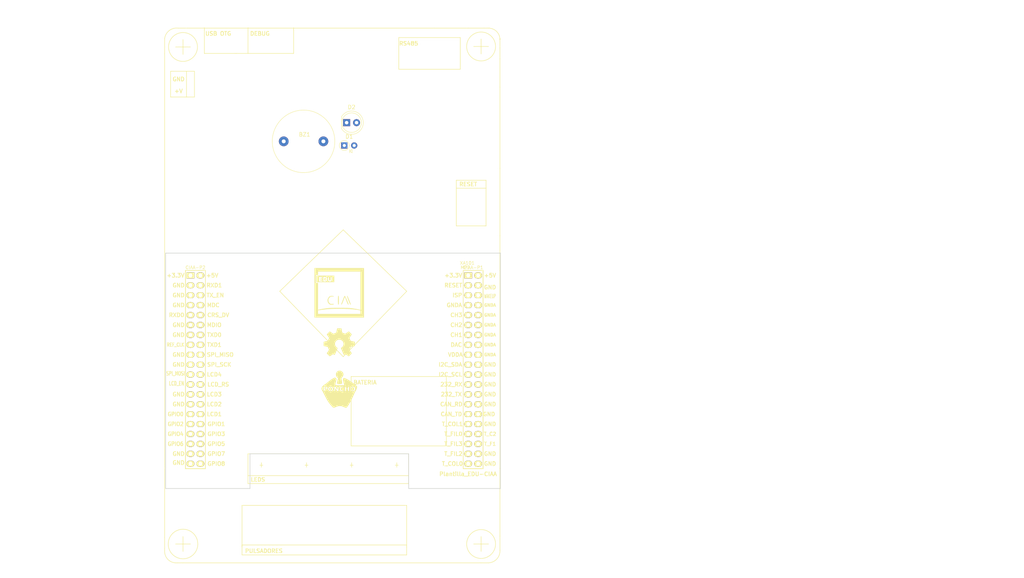
<source format=kicad_pcb>
(kicad_pcb (version 20171130) (host pcbnew "(5.1.9)-1")

  (general
    (thickness 1.6)
    (drawings 35)
    (tracks 0)
    (zones 0)
    (modules 8)
    (nets 59)
  )

  (page A4)
  (title_block
    (title "Poncho Básico (Cambiar por el nombre del Poncho)")
    (date 2016-08-07)
    (rev 1.0)
    (company "Proyecto CIAA - COMPUTADORA INDUSTRIAL ABIERTA ARGENTINA")
    (comment 1 https://github.com/ciaa/Ponchos/tree/master/Basico/doc)
    (comment 2 "Autores y Licencia del template (Diego Brengi - UNLaM)")
    (comment 3 "Autor del poncho (COMPLETAR NOMBRE Y APELLIDO). Ver directorio \"doc\"")
  )

  (layers
    (0 F.Cu signal)
    (31 B.Cu signal)
    (32 B.Adhes user)
    (33 F.Adhes user)
    (34 B.Paste user)
    (35 F.Paste user)
    (36 B.SilkS user)
    (37 F.SilkS user)
    (38 B.Mask user)
    (39 F.Mask user)
    (40 Dwgs.User user)
    (41 Cmts.User user)
    (42 Eco1.User user)
    (43 Eco2.User user)
    (44 Edge.Cuts user)
    (45 Margin user)
    (46 B.CrtYd user)
    (47 F.CrtYd user)
    (48 B.Fab user)
    (49 F.Fab user)
  )

  (setup
    (last_trace_width 0.381)
    (user_trace_width 0.508)
    (user_trace_width 0.6)
    (user_trace_width 0.6)
    (user_trace_width 0.8)
    (user_trace_width 1)
    (user_trace_width 1.016)
    (user_trace_width 1.27)
    (user_trace_width 2)
    (trace_clearance 0.51)
    (zone_clearance 0.508)
    (zone_45_only no)
    (trace_min 0.2)
    (via_size 0.6)
    (via_drill 0.4)
    (via_min_size 0.4)
    (via_min_drill 0.3)
    (uvia_size 0.3)
    (uvia_drill 0.1)
    (uvias_allowed no)
    (uvia_min_size 0)
    (uvia_min_drill 0)
    (edge_width 0.15)
    (segment_width 0.2)
    (pcb_text_width 0.3)
    (pcb_text_size 1.5 1.5)
    (mod_edge_width 0.15)
    (mod_text_size 0.000001 0.000001)
    (mod_text_width 0.15)
    (pad_size 1.4 1.4)
    (pad_drill 0.6)
    (pad_to_mask_clearance 0.2)
    (aux_axis_origin 0 0)
    (visible_elements 7FFEFF7F)
    (pcbplotparams
      (layerselection 0x00020_80000000)
      (usegerberextensions false)
      (usegerberattributes true)
      (usegerberadvancedattributes true)
      (creategerberjobfile true)
      (excludeedgelayer false)
      (linewidth 0.100000)
      (plotframeref false)
      (viasonmask false)
      (mode 1)
      (useauxorigin false)
      (hpglpennumber 1)
      (hpglpenspeed 20)
      (hpglpendiameter 15.000000)
      (psnegative false)
      (psa4output false)
      (plotreference true)
      (plotvalue false)
      (plotinvisibletext false)
      (padsonsilk false)
      (subtractmaskfromsilk false)
      (outputformat 1)
      (mirror false)
      (drillshape 0)
      (scaleselection 1)
      (outputdirectory ""))
  )

  (net 0 "")
  (net 1 +5V)
  (net 2 GND)
  (net 3 +3.3VP)
  (net 4 GNDA)
  (net 5 "Net-(BZ1-Pad2)")
  (net 6 "Net-(D1-Pad2)")
  (net 7 "Net-(D2-Pad2)")
  (net 8 +3V3)
  (net 9 "Net-(XA101-Pad11)")
  (net 10 "Net-(XA101-Pad13)")
  (net 11 "Net-(XA101-Pad6)")
  (net 12 "Net-(XA101-Pad15)")
  (net 13 "Net-(XA101-Pad17)")
  (net 14 /SDA)
  (net 15 /SCL)
  (net 16 /RS232_RXD)
  (net 17 /RS232_TXD)
  (net 18 "Net-(XA101-Pad27)")
  (net 19 "Net-(XA101-Pad29)")
  (net 20 /T_COL1)
  (net 21 "Net-(XA101-Pad33)")
  (net 22 "Net-(XA101-Pad34)")
  (net 23 "Net-(XA101-Pad36)")
  (net 24 /T_FIL3)
  (net 25 "Net-(XA101-Pad37)")
  (net 26 "Net-(XA101-Pad3)")
  (net 27 "Net-(XA101-Pad5)")
  (net 28 "Net-(XA101-Pad9)")
  (net 29 "Net-(XA101-Pad39)")
  (net 30 +5VP)
  (net 31 GNDD)
  (net 32 "Net-(XA101-Pad44)")
  (net 33 "Net-(XA101-Pad46)")
  (net 34 "Net-(XA101-Pad48)")
  (net 35 "Net-(XA101-Pad49)")
  (net 36 "Net-(XA101-Pad50)")
  (net 37 "Net-(XA101-Pad52)")
  (net 38 "Net-(XA101-Pad54)")
  (net 39 "Net-(XA101-Pad55)")
  (net 40 "Net-(XA101-Pad56)")
  (net 41 "Net-(XA101-Pad58)")
  (net 42 "Net-(XA101-Pad60)")
  (net 43 "Net-(XA101-Pad61)")
  (net 44 "Net-(XA101-Pad62)")
  (net 45 "Net-(XA101-Pad63)")
  (net 46 "Net-(XA101-Pad64)")
  (net 47 "Net-(XA101-Pad66)")
  (net 48 /LCD2)
  (net 49 /GPIO0)
  (net 50 /LCD1)
  (net 51 /GPIO2)
  (net 52 /GPIO1)
  (net 53 /GPIO4)
  (net 54 /GPIO3)
  (net 55 /GPIO6)
  (net 56 /GPIO5)
  (net 57 /GPIO7)
  (net 58 /GPIO8)

  (net_class Default "This is the default net class."
    (clearance 0.51)
    (trace_width 0.381)
    (via_dia 0.6)
    (via_drill 0.4)
    (uvia_dia 0.3)
    (uvia_drill 0.1)
    (add_net +3.3VP)
    (add_net +3V3)
    (add_net +5V)
    (add_net +5VP)
    (add_net /GPIO0)
    (add_net /GPIO1)
    (add_net /GPIO2)
    (add_net /GPIO3)
    (add_net /GPIO4)
    (add_net /GPIO5)
    (add_net /GPIO6)
    (add_net /GPIO7)
    (add_net /GPIO8)
    (add_net /LCD1)
    (add_net /LCD2)
    (add_net /RS232_RXD)
    (add_net /RS232_TXD)
    (add_net /SCL)
    (add_net /SDA)
    (add_net /T_COL1)
    (add_net /T_FIL3)
    (add_net GND)
    (add_net GNDA)
    (add_net GNDD)
    (add_net "Net-(BZ1-Pad2)")
    (add_net "Net-(D1-Pad2)")
    (add_net "Net-(D2-Pad2)")
    (add_net "Net-(XA101-Pad11)")
    (add_net "Net-(XA101-Pad13)")
    (add_net "Net-(XA101-Pad15)")
    (add_net "Net-(XA101-Pad17)")
    (add_net "Net-(XA101-Pad27)")
    (add_net "Net-(XA101-Pad29)")
    (add_net "Net-(XA101-Pad3)")
    (add_net "Net-(XA101-Pad33)")
    (add_net "Net-(XA101-Pad34)")
    (add_net "Net-(XA101-Pad36)")
    (add_net "Net-(XA101-Pad37)")
    (add_net "Net-(XA101-Pad39)")
    (add_net "Net-(XA101-Pad44)")
    (add_net "Net-(XA101-Pad46)")
    (add_net "Net-(XA101-Pad48)")
    (add_net "Net-(XA101-Pad49)")
    (add_net "Net-(XA101-Pad5)")
    (add_net "Net-(XA101-Pad50)")
    (add_net "Net-(XA101-Pad52)")
    (add_net "Net-(XA101-Pad54)")
    (add_net "Net-(XA101-Pad55)")
    (add_net "Net-(XA101-Pad56)")
    (add_net "Net-(XA101-Pad58)")
    (add_net "Net-(XA101-Pad6)")
    (add_net "Net-(XA101-Pad60)")
    (add_net "Net-(XA101-Pad61)")
    (add_net "Net-(XA101-Pad62)")
    (add_net "Net-(XA101-Pad63)")
    (add_net "Net-(XA101-Pad64)")
    (add_net "Net-(XA101-Pad66)")
    (add_net "Net-(XA101-Pad9)")
  )

  (module LEDs:LED_D5.0mm (layer F.Cu) (tedit 5995936A) (tstamp 606F9D9C)
    (at 106.030129 47.210129)
    (descr "LED, diameter 5.0mm, 2 pins, http://cdn-reichelt.de/documents/datenblatt/A500/LL-504BC2E-009.pdf")
    (tags "LED diameter 5.0mm 2 pins")
    (path /6069CC76)
    (fp_text reference D2 (at 1.27 -3.96) (layer F.SilkS)
      (effects (font (size 1 1) (thickness 0.15)))
    )
    (fp_text value LED (at 1.27 3.96) (layer F.Fab)
      (effects (font (size 1 1) (thickness 0.15)))
    )
    (fp_line (start 4.5 -3.25) (end -1.95 -3.25) (layer F.CrtYd) (width 0.05))
    (fp_line (start 4.5 3.25) (end 4.5 -3.25) (layer F.CrtYd) (width 0.05))
    (fp_line (start -1.95 3.25) (end 4.5 3.25) (layer F.CrtYd) (width 0.05))
    (fp_line (start -1.95 -3.25) (end -1.95 3.25) (layer F.CrtYd) (width 0.05))
    (fp_line (start -1.29 -1.545) (end -1.29 1.545) (layer F.SilkS) (width 0.12))
    (fp_line (start -1.23 -1.469694) (end -1.23 1.469694) (layer F.Fab) (width 0.1))
    (fp_circle (center 1.27 0) (end 3.77 0) (layer F.SilkS) (width 0.12))
    (fp_circle (center 1.27 0) (end 3.77 0) (layer F.Fab) (width 0.1))
    (fp_arc (start 1.27 0) (end -1.23 -1.469694) (angle 299.1) (layer F.Fab) (width 0.1))
    (fp_arc (start 1.27 0) (end -1.29 -1.54483) (angle 148.9) (layer F.SilkS) (width 0.12))
    (fp_arc (start 1.27 0) (end -1.29 1.54483) (angle -148.9) (layer F.SilkS) (width 0.12))
    (fp_text user %R (at 1.25 0) (layer F.Fab)
      (effects (font (size 0.8 0.8) (thickness 0.2)))
    )
    (pad 1 thru_hole rect (at 0 0) (size 1.8 1.8) (drill 0.9) (layers *.Cu *.Mask)
      (net 6 "Net-(D1-Pad2)"))
    (pad 2 thru_hole circle (at 2.54 0) (size 1.8 1.8) (drill 0.9) (layers *.Cu *.Mask)
      (net 7 "Net-(D2-Pad2)"))
    (model ${KISYS3DMOD}/LEDs.3dshapes/LED_D5.0mm.wrl
      (at (xyz 0 0 0))
      (scale (xyz 0.393701 0.393701 0.393701))
      (rotate (xyz 0 0 0))
    )
  )

  (module Diodes_THT:D_DO-35_SOD27_P2.54mm_Vertical_AnodeUp (layer F.Cu) (tedit 5921392E) (tstamp 606F9D99)
    (at 105.430129 53.060129)
    (descr "D, DO-35_SOD27 series, Axial, Vertical, pin pitch=2.54mm, , length*diameter=4*2mm^2, , http://www.diodes.com/_files/packages/DO-35.pdf")
    (tags "D DO-35_SOD27 series Axial Vertical pin pitch 2.54mm  length 4mm diameter 2mm")
    (path /60659DD3)
    (fp_text reference D1 (at 1.27 -2.266371) (layer F.SilkS)
      (effects (font (size 1 1) (thickness 0.15)))
    )
    (fp_text value 1N4148 (at 1.27 3.155371) (layer F.Fab)
      (effects (font (size 1 1) (thickness 0.15)))
    )
    (fp_circle (center 0 0) (end 1.266371 0) (layer F.SilkS) (width 0.12))
    (fp_circle (center 0 0) (end 1 0) (layer F.Fab) (width 0.1))
    (fp_line (start 3.65 -1.55) (end -1.35 -1.55) (layer F.CrtYd) (width 0.05))
    (fp_line (start 3.65 1.55) (end 3.65 -1.55) (layer F.CrtYd) (width 0.05))
    (fp_line (start -1.35 1.55) (end 3.65 1.55) (layer F.CrtYd) (width 0.05))
    (fp_line (start -1.35 -1.55) (end -1.35 1.55) (layer F.CrtYd) (width 0.05))
    (fp_line (start 1.989667 1.869) (end 1.397 1.4245) (layer F.SilkS) (width 0.12))
    (fp_line (start 1.989667 0.98) (end 1.989667 1.869) (layer F.SilkS) (width 0.12))
    (fp_line (start 1.397 1.4245) (end 1.989667 0.98) (layer F.SilkS) (width 0.12))
    (fp_line (start 1.397 0.98) (end 1.397 1.869) (layer F.SilkS) (width 0.12))
    (fp_line (start 1.266371 0) (end 1.44 0) (layer F.SilkS) (width 0.12))
    (fp_line (start 0 0) (end 2.54 0) (layer F.Fab) (width 0.1))
    (fp_text user K (at -1.966371 0) (layer F.Fab)
      (effects (font (size 1 1) (thickness 0.15)))
    )
    (fp_text user %R (at 1.27 0) (layer F.Fab)
      (effects (font (size 1 1) (thickness 0.15)))
    )
    (pad 1 thru_hole rect (at 0 0) (size 1.6 1.6) (drill 0.8) (layers *.Cu *.Mask)
      (net 1 +5V))
    (pad 2 thru_hole oval (at 2.54 0) (size 1.6 1.6) (drill 0.8) (layers *.Cu *.Mask)
      (net 6 "Net-(D1-Pad2)"))
    (model ${KISYS3DMOD}/Diodes_THT.3dshapes/D_DO-35_SOD27_P2.54mm_Vertical_AnodeUp.wrl
      (at (xyz 0 0 0))
      (scale (xyz 0.393701 0.393701 0.393701))
      (rotate (xyz 0 0 0))
    )
  )

  (module Buzzers_Beepers:BUZZER (layer F.Cu) (tedit 0) (tstamp 606F9D96)
    (at 95 52)
    (path /604E6A0D)
    (fp_text reference BZ1 (at 0.24892 -1.75006) (layer F.SilkS)
      (effects (font (size 1 1) (thickness 0.15)))
    )
    (fp_text value Buzzer (at 0 1.50114) (layer F.Fab)
      (effects (font (size 1 1) (thickness 0.15)))
    )
    (fp_circle (center 0 0) (end 8.001 0.24892) (layer F.SilkS) (width 0.12))
    (pad 2 thru_hole circle (at 5.08 0) (size 2.49936 2.49936) (drill 1.00076) (layers *.Cu *.Mask)
      (net 5 "Net-(BZ1-Pad2)"))
    (pad 1 thru_hole circle (at -5.08 0) (size 2.49936 2.49936) (drill 1.00076) (layers *.Cu *.Mask)
      (net 1 +5V))
  )

  (module footprint:Conn_Poncho_SinBorde locked (layer F.Cu) (tedit 560F0DC0) (tstamp 57A7DEE4)
    (at 137.16 86.36)
    (tags "CONN Poncho")
    (path /57A7A0F8)
    (fp_text reference XA101 (at -0.254 -3.175) (layer F.SilkS)
      (effects (font (size 0.8 0.8) (thickness 0.12)))
    )
    (fp_text value Conn_Poncho2P_2x_20x2 (at -1.905 51.181) (layer F.SilkS) hide
      (effects (font (size 1.016 1.016) (thickness 0.2032)))
    )
    (fp_line (start 3.81 -1.27) (end -1.27 -1.27) (layer F.SilkS) (width 0.15))
    (fp_line (start 3.81 49.53) (end -1.27 49.53) (layer F.SilkS) (width 0.15))
    (fp_line (start 3.81 49.53) (end 3.81 -1.27) (layer F.SilkS) (width 0.15))
    (fp_line (start -1.27 49.53) (end -1.27 -1.27) (layer F.SilkS) (width 0.15))
    (fp_line (start -72.39 49.53) (end -72.39 0) (layer F.SilkS) (width 0.15))
    (fp_line (start -67.31 49.53) (end -72.39 49.53) (layer F.SilkS) (width 0.15))
    (fp_line (start -67.31 -1.27) (end -67.31 49.53) (layer F.SilkS) (width 0.15))
    (fp_line (start -72.39 -1.27) (end -67.31 -1.27) (layer F.SilkS) (width 0.15))
    (fp_line (start -72.39 0) (end -72.39 -1.27) (layer F.SilkS) (width 0.15))
    (fp_text user GPIO8 (at -64.516 48.26) (layer F.SilkS)
      (effects (font (size 1 1) (thickness 0.2)))
    )
    (fp_text user GPIO7 (at -64.516 45.72) (layer F.SilkS)
      (effects (font (size 1 1) (thickness 0.2)))
    )
    (fp_text user GPIO5 (at -64.516 43.18) (layer F.SilkS)
      (effects (font (size 1 1) (thickness 0.2)))
    )
    (fp_text user GPIO3 (at -64.516 40.64) (layer F.SilkS)
      (effects (font (size 1 1) (thickness 0.2)))
    )
    (fp_text user GPIO1 (at -64.516 38.1) (layer F.SilkS)
      (effects (font (size 1 1) (thickness 0.2)))
    )
    (fp_text user LCD1 (at -65.024 35.56) (layer F.SilkS)
      (effects (font (size 1 1) (thickness 0.2)))
    )
    (fp_text user LCD2 (at -65.024 33.02) (layer F.SilkS)
      (effects (font (size 1 1) (thickness 0.2)))
    )
    (fp_text user LCD3 (at -65.024 30.48) (layer F.SilkS)
      (effects (font (size 1 1) (thickness 0.2)))
    )
    (fp_text user LCD_RS (at -64.008 27.94) (layer F.SilkS)
      (effects (font (size 1 1) (thickness 0.2)))
    )
    (fp_text user LCD4 (at -65.024 25.4) (layer F.SilkS)
      (effects (font (size 1 1) (thickness 0.2)))
    )
    (fp_text user SPI_SCK (at -63.754 22.86) (layer F.SilkS)
      (effects (font (size 1 1) (thickness 0.2)))
    )
    (fp_text user SPI_MISO (at -63.5 20.32) (layer F.SilkS)
      (effects (font (size 1 1) (thickness 0.2)))
    )
    (fp_text user TXD1 (at -65.024 17.78) (layer F.SilkS)
      (effects (font (size 1 1) (thickness 0.2)))
    )
    (fp_text user TXD0 (at -65.024 15.24) (layer F.SilkS)
      (effects (font (size 1 1) (thickness 0.2)))
    )
    (fp_text user MDIO (at -65.024 12.7) (layer F.SilkS)
      (effects (font (size 1 1) (thickness 0.2)))
    )
    (fp_text user CRS_DV (at -64.008 10.16) (layer F.SilkS)
      (effects (font (size 1 1) (thickness 0.2)))
    )
    (fp_text user MDC (at -65.278 7.62) (layer F.SilkS)
      (effects (font (size 1 1) (thickness 0.2)))
    )
    (fp_text user TX_EN (at -64.77 5.08) (layer F.SilkS)
      (effects (font (size 1 1) (thickness 0.2)))
    )
    (fp_text user RXD1 (at -65.024 2.54) (layer F.SilkS)
      (effects (font (size 1 1) (thickness 0.2)))
    )
    (fp_text user +5V (at -65.532 0) (layer F.SilkS)
      (effects (font (size 1 1) (thickness 0.2)))
    )
    (fp_text user GND (at -74.168 48.006) (layer F.SilkS)
      (effects (font (size 1 1) (thickness 0.2)))
    )
    (fp_text user GND (at -74.168 45.72) (layer F.SilkS)
      (effects (font (size 1 1) (thickness 0.2)))
    )
    (fp_text user GPIO6 (at -74.93 43.18) (layer F.SilkS)
      (effects (font (size 1 0.9) (thickness 0.2)))
    )
    (fp_text user GPIO4 (at -74.93 40.64) (layer F.SilkS)
      (effects (font (size 1 0.9) (thickness 0.2)))
    )
    (fp_text user GPIO2 (at -74.93 38.1) (layer F.SilkS)
      (effects (font (size 1 0.9) (thickness 0.2)))
    )
    (fp_text user GPIO0 (at -74.93 35.56) (layer F.SilkS)
      (effects (font (size 1 0.9) (thickness 0.2)))
    )
    (fp_text user GND (at -74.168 33.02) (layer F.SilkS)
      (effects (font (size 1 1) (thickness 0.2)))
    )
    (fp_text user GND (at -74.168 30.48) (layer F.SilkS)
      (effects (font (size 1 1) (thickness 0.2)))
    )
    (fp_text user LCD_EN (at -74.676 27.686) (layer F.SilkS)
      (effects (font (size 1 0.7) (thickness 0.17)))
    )
    (fp_text user SPI_MOSI (at -74.93 25.146) (layer F.SilkS)
      (effects (font (size 1 0.7) (thickness 0.17)))
    )
    (fp_text user GND (at -74.168 22.86) (layer F.SilkS)
      (effects (font (size 1 1) (thickness 0.2)))
    )
    (fp_text user GND (at -74.168 20.32) (layer F.SilkS)
      (effects (font (size 1 1) (thickness 0.2)))
    )
    (fp_text user REF_CLK (at -74.93 17.78) (layer F.SilkS)
      (effects (font (size 0.9 0.7) (thickness 0.175)))
    )
    (fp_text user GND (at -74.168 15.24) (layer F.SilkS)
      (effects (font (size 1 1) (thickness 0.2)))
    )
    (fp_text user GND (at -74.168 12.7) (layer F.SilkS)
      (effects (font (size 1 1) (thickness 0.2)))
    )
    (fp_text user GND (at -74.168 7.62) (layer F.SilkS)
      (effects (font (size 1 1) (thickness 0.2)))
    )
    (fp_text user RXD0 (at -74.676 10.16) (layer F.SilkS)
      (effects (font (size 1 1) (thickness 0.2)))
    )
    (fp_text user GND (at -74.168 5.08) (layer F.SilkS)
      (effects (font (size 1 1) (thickness 0.2)))
    )
    (fp_text user GND (at -74.168 2.54) (layer F.SilkS)
      (effects (font (size 1 1) (thickness 0.2)))
    )
    (fp_text user +3.3V (at -74.93 0) (layer F.SilkS)
      (effects (font (size 1 1) (thickness 0.2)))
    )
    (fp_text user GND (at 5.588 48.26) (layer F.SilkS)
      (effects (font (size 1 1) (thickness 0.2)))
    )
    (fp_text user GND (at 5.588 45.72) (layer F.SilkS)
      (effects (font (size 1 1) (thickness 0.2)))
    )
    (fp_text user T_F1 (at 5.588 43.18) (layer F.SilkS)
      (effects (font (size 0.9 0.9) (thickness 0.18)))
    )
    (fp_text user T_C2 (at 5.588 40.64) (layer F.SilkS)
      (effects (font (size 0.9 0.9) (thickness 0.18)))
    )
    (fp_text user GND (at 5.588 38.1) (layer F.SilkS)
      (effects (font (size 1 1) (thickness 0.2)))
    )
    (fp_text user GND (at 5.334 35.56) (layer F.SilkS)
      (effects (font (size 1 1) (thickness 0.2)))
    )
    (fp_text user GND (at 5.588 33.02) (layer F.SilkS)
      (effects (font (size 1 1) (thickness 0.2)))
    )
    (fp_text user GND (at 5.588 30.48) (layer F.SilkS)
      (effects (font (size 1 1) (thickness 0.2)))
    )
    (fp_text user GND (at 5.588 27.94) (layer F.SilkS)
      (effects (font (size 1 1) (thickness 0.2)))
    )
    (fp_text user GND (at 5.588 25.4) (layer F.SilkS)
      (effects (font (size 1 1) (thickness 0.2)))
    )
    (fp_text user GND (at 5.588 22.86) (layer F.SilkS)
      (effects (font (size 1 1) (thickness 0.2)))
    )
    (fp_text user GNDA (at 5.588 20.32) (layer F.SilkS)
      (effects (font (size 0.76 0.76) (thickness 0.19)))
    )
    (fp_text user GNDA (at 5.588 17.78) (layer F.SilkS)
      (effects (font (size 0.76 0.76) (thickness 0.19)))
    )
    (fp_text user GNDA (at 5.588 15.24) (layer F.SilkS)
      (effects (font (size 0.76 0.76) (thickness 0.19)))
    )
    (fp_text user GNDA (at 5.588 12.7) (layer F.SilkS)
      (effects (font (size 0.76 0.76) (thickness 0.19)))
    )
    (fp_text user GNDA (at 5.588 10.16) (layer F.SilkS)
      (effects (font (size 0.76 0.76) (thickness 0.19)))
    )
    (fp_text user GNDA (at 5.588 7.62) (layer F.SilkS)
      (effects (font (size 0.76 0.76) (thickness 0.19)))
    )
    (fp_text user WAKEUP (at 5.588 5.334) (layer F.SilkS)
      (effects (font (size 1 0.5) (thickness 0.125)))
    )
    (fp_text user GND (at 5.588 3.048) (layer F.SilkS)
      (effects (font (size 1 1) (thickness 0.2)))
    )
    (fp_text user +5V (at 5.588 0) (layer F.SilkS)
      (effects (font (size 1 1) (thickness 0.2)))
    )
    (fp_text user T_COL0 (at -4.064 48.26) (layer F.SilkS)
      (effects (font (size 1 1) (thickness 0.2)))
    )
    (fp_text user T_FIL2 (at -3.81 45.72) (layer F.SilkS)
      (effects (font (size 1 1) (thickness 0.2)))
    )
    (fp_text user T_FIL3 (at -3.81 43.18) (layer F.SilkS)
      (effects (font (size 1 1) (thickness 0.2)))
    )
    (fp_text user T_FIL0 (at -3.81 40.64) (layer F.SilkS)
      (effects (font (size 1 1) (thickness 0.2)))
    )
    (fp_text user T_COL1 (at -4.064 38.1) (layer F.SilkS)
      (effects (font (size 1 1) (thickness 0.2)))
    )
    (fp_text user CAN_TD (at -4.318 35.56) (layer F.SilkS)
      (effects (font (size 1 1) (thickness 0.2)))
    )
    (fp_text user CAN_RD (at -4.318 33.02) (layer F.SilkS)
      (effects (font (size 1 1) (thickness 0.2)))
    )
    (fp_text user 232_TX (at -4.318 30.48) (layer F.SilkS)
      (effects (font (size 1 1) (thickness 0.2)))
    )
    (fp_text user 232_RX (at -4.318 27.94) (layer F.SilkS)
      (effects (font (size 1 1) (thickness 0.2)))
    )
    (fp_text user I2C_SCL (at -4.572 25.4) (layer F.SilkS)
      (effects (font (size 1 1) (thickness 0.2)))
    )
    (fp_text user I2C_SDA (at -4.572 22.86) (layer F.SilkS)
      (effects (font (size 1 1) (thickness 0.2)))
    )
    (fp_text user VDDA (at -3.302 20.32) (layer F.SilkS)
      (effects (font (size 1 1) (thickness 0.2)))
    )
    (fp_text user DAC (at -3.048 17.78) (layer F.SilkS)
      (effects (font (size 1 1) (thickness 0.2)))
    )
    (fp_text user CH1 (at -3.048 15.24) (layer F.SilkS)
      (effects (font (size 1 1) (thickness 0.2)))
    )
    (fp_text user CH2 (at -3.048 12.7) (layer F.SilkS)
      (effects (font (size 1 1) (thickness 0.2)))
    )
    (fp_text user CH3 (at -3.048 10.16) (layer F.SilkS)
      (effects (font (size 1 1) (thickness 0.2)))
    )
    (fp_text user GNDA (at -3.556 7.62) (layer F.SilkS)
      (effects (font (size 1 1) (thickness 0.2)))
    )
    (fp_text user ISP (at -2.794 5.08) (layer F.SilkS)
      (effects (font (size 1 1) (thickness 0.2)))
    )
    (fp_text user RESET (at -3.81 2.54) (layer F.SilkS)
      (effects (font (size 1 1) (thickness 0.2)))
    )
    (fp_text user CIAA-P2 (at -69.85 -2.032) (layer F.SilkS)
      (effects (font (size 0.8 0.8) (thickness 0.12)))
    )
    (fp_text user CIAA-P1 (at 1.27 -2.032) (layer F.SilkS)
      (effects (font (size 0.8 0.8) (thickness 0.12)))
    )
    (fp_text user +3.3V (at -3.81 0) (layer F.SilkS)
      (effects (font (size 1 1) (thickness 0.2)))
    )
    (pad 1 thru_hole rect (at 0 0 270) (size 1.524 2) (drill 1.016) (layers *.Cu *.Mask F.SilkS)
      (net 8 +3V3))
    (pad 2 thru_hole oval (at 2.54 0 270) (size 1.524 2) (drill 1.016) (layers *.Cu *.Mask F.SilkS)
      (net 1 +5V))
    (pad 11 thru_hole oval (at 0 12.7 270) (size 1.524 2) (drill 1.016) (layers *.Cu *.Mask F.SilkS)
      (net 9 "Net-(XA101-Pad11)"))
    (pad 4 thru_hole oval (at 2.54 2.54 270) (size 1.524 2) (drill 1.016) (layers *.Cu *.Mask F.SilkS)
      (net 2 GND))
    (pad 13 thru_hole oval (at 0 15.24 270) (size 1.524 2) (drill 1.016) (layers *.Cu *.Mask F.SilkS)
      (net 10 "Net-(XA101-Pad13)"))
    (pad 6 thru_hole oval (at 2.54 5.08 270) (size 1.524 2) (drill 1.016) (layers *.Cu *.Mask F.SilkS)
      (net 11 "Net-(XA101-Pad6)"))
    (pad 15 thru_hole oval (at 0 17.78 270) (size 1.524 2) (drill 1.016) (layers *.Cu *.Mask F.SilkS)
      (net 12 "Net-(XA101-Pad15)"))
    (pad 8 thru_hole oval (at 2.54 7.62 270) (size 1.524 2) (drill 1.016) (layers *.Cu *.Mask F.SilkS)
      (net 4 GNDA))
    (pad 17 thru_hole oval (at 0 20.32 270) (size 1.524 2) (drill 1.016) (layers *.Cu *.Mask F.SilkS)
      (net 13 "Net-(XA101-Pad17)"))
    (pad 10 thru_hole oval (at 2.54 10.16 270) (size 1.524 2) (drill 1.016) (layers *.Cu *.Mask F.SilkS)
      (net 4 GNDA))
    (pad 19 thru_hole oval (at 0 22.86 270) (size 1.524 2) (drill 1.016) (layers *.Cu *.Mask F.SilkS)
      (net 14 /SDA))
    (pad 12 thru_hole oval (at 2.54 12.7 270) (size 1.524 2) (drill 1.016) (layers *.Cu *.Mask F.SilkS)
      (net 4 GNDA))
    (pad 21 thru_hole oval (at 0 25.4 270) (size 1.524 2) (drill 1.016) (layers *.Cu *.Mask F.SilkS)
      (net 15 /SCL))
    (pad 14 thru_hole oval (at 2.54 15.24 270) (size 1.524 2) (drill 1.016) (layers *.Cu *.Mask F.SilkS)
      (net 4 GNDA))
    (pad 23 thru_hole oval (at 0 27.94 270) (size 1.524 2) (drill 1.016) (layers *.Cu *.Mask F.SilkS)
      (net 16 /RS232_RXD))
    (pad 16 thru_hole oval (at 2.54 17.78 270) (size 1.524 2) (drill 1.016) (layers *.Cu *.Mask F.SilkS)
      (net 4 GNDA))
    (pad 25 thru_hole oval (at 0 30.48 270) (size 1.524 2) (drill 1.016) (layers *.Cu *.Mask F.SilkS)
      (net 17 /RS232_TXD))
    (pad 18 thru_hole oval (at 2.54 20.32 270) (size 1.524 2) (drill 1.016) (layers *.Cu *.Mask F.SilkS)
      (net 4 GNDA))
    (pad 27 thru_hole oval (at 0 33.02 270) (size 1.524 2) (drill 1.016) (layers *.Cu *.Mask F.SilkS)
      (net 18 "Net-(XA101-Pad27)"))
    (pad 20 thru_hole oval (at 2.54 22.86 270) (size 1.524 2) (drill 1.016) (layers *.Cu *.Mask F.SilkS)
      (net 2 GND))
    (pad 29 thru_hole oval (at 0 35.56 270) (size 1.524 2) (drill 1.016) (layers *.Cu *.Mask F.SilkS)
      (net 19 "Net-(XA101-Pad29)"))
    (pad 22 thru_hole oval (at 2.54 25.4 270) (size 1.524 2) (drill 1.016) (layers *.Cu *.Mask F.SilkS)
      (net 2 GND))
    (pad 31 thru_hole oval (at 0 38.1 270) (size 1.524 2) (drill 1.016) (layers *.Cu *.Mask F.SilkS)
      (net 20 /T_COL1))
    (pad 24 thru_hole oval (at 2.54 27.94 270) (size 1.524 2) (drill 1.016) (layers *.Cu *.Mask F.SilkS)
      (net 2 GND))
    (pad 26 thru_hole oval (at 2.54 30.48 270) (size 1.524 2) (drill 1.016) (layers *.Cu *.Mask F.SilkS)
      (net 2 GND))
    (pad 33 thru_hole oval (at 0 40.64 270) (size 1.524 2) (drill 1.016) (layers *.Cu *.Mask F.SilkS)
      (net 21 "Net-(XA101-Pad33)"))
    (pad 28 thru_hole oval (at 2.54 33.02 270) (size 1.524 2) (drill 1.016) (layers *.Cu *.Mask F.SilkS)
      (net 2 GND))
    (pad 32 thru_hole oval (at 2.54 38.1 270) (size 1.524 2) (drill 1.016) (layers *.Cu *.Mask F.SilkS)
      (net 2 GND))
    (pad 34 thru_hole oval (at 2.54 40.64 270) (size 1.524 2) (drill 1.016) (layers *.Cu *.Mask F.SilkS)
      (net 22 "Net-(XA101-Pad34)"))
    (pad 36 thru_hole oval (at 2.54 43.18 270) (size 1.524 2) (drill 1.016) (layers *.Cu *.Mask F.SilkS)
      (net 23 "Net-(XA101-Pad36)"))
    (pad 38 thru_hole oval (at 2.54 45.72 270) (size 1.524 2) (drill 1.016) (layers *.Cu *.Mask F.SilkS)
      (net 2 GND))
    (pad 35 thru_hole oval (at 0 43.18 270) (size 1.524 2) (drill 1.016) (layers *.Cu *.Mask F.SilkS)
      (net 24 /T_FIL3))
    (pad 37 thru_hole oval (at 0 45.72 270) (size 1.524 2) (drill 1.016) (layers *.Cu *.Mask F.SilkS)
      (net 25 "Net-(XA101-Pad37)"))
    (pad 3 thru_hole oval (at 0 2.54 270) (size 1.524 2) (drill 1.016) (layers *.Cu *.Mask F.SilkS)
      (net 26 "Net-(XA101-Pad3)"))
    (pad 5 thru_hole oval (at 0 5.08 270) (size 1.524 2) (drill 1.016) (layers *.Cu *.Mask F.SilkS)
      (net 27 "Net-(XA101-Pad5)"))
    (pad 7 thru_hole oval (at 0 7.62 270) (size 1.524 2) (drill 1.016) (layers *.Cu *.Mask F.SilkS)
      (net 4 GNDA))
    (pad 9 thru_hole oval (at 0 10.16 270) (size 1.524 2) (drill 1.016) (layers *.Cu *.Mask F.SilkS)
      (net 28 "Net-(XA101-Pad9)"))
    (pad 39 thru_hole oval (at 0 48.26 270) (size 1.524 2) (drill 1.016) (layers *.Cu *.Mask F.SilkS)
      (net 29 "Net-(XA101-Pad39)"))
    (pad 40 thru_hole oval (at 2.54 48.26 270) (size 1.524 2) (drill 1.016) (layers *.Cu *.Mask F.SilkS)
      (net 2 GND))
    (pad 30 thru_hole oval (at 2.54 35.56 270) (size 1.524 2) (drill 1.016) (layers *.Cu *.Mask F.SilkS)
      (net 2 GND))
    (pad 41 thru_hole rect (at -71.12 0 270) (size 1.524 2) (drill 1.016) (layers *.Cu *.Mask F.SilkS)
      (net 3 +3.3VP))
    (pad 42 thru_hole oval (at -68.58 0 270) (size 1.524 2) (drill 1.016) (layers *.Cu *.Mask F.SilkS)
      (net 30 +5VP))
    (pad 43 thru_hole oval (at -71.12 2.54 270) (size 1.524 2) (drill 1.016) (layers *.Cu *.Mask F.SilkS)
      (net 31 GNDD))
    (pad 44 thru_hole oval (at -68.58 2.54 270) (size 1.524 2) (drill 1.016) (layers *.Cu *.Mask F.SilkS)
      (net 32 "Net-(XA101-Pad44)"))
    (pad 45 thru_hole oval (at -71.12 5.08 270) (size 1.524 2) (drill 1.016) (layers *.Cu *.Mask F.SilkS)
      (net 31 GNDD))
    (pad 46 thru_hole oval (at -68.58 5.08 270) (size 1.524 2) (drill 1.016) (layers *.Cu *.Mask F.SilkS)
      (net 33 "Net-(XA101-Pad46)"))
    (pad 47 thru_hole oval (at -71.12 7.62 270) (size 1.524 2) (drill 1.016) (layers *.Cu *.Mask F.SilkS)
      (net 31 GNDD))
    (pad 48 thru_hole oval (at -68.58 7.62 270) (size 1.524 2) (drill 1.016) (layers *.Cu *.Mask F.SilkS)
      (net 34 "Net-(XA101-Pad48)"))
    (pad 49 thru_hole oval (at -71.12 10.16 270) (size 1.524 2) (drill 1.016) (layers *.Cu *.Mask F.SilkS)
      (net 35 "Net-(XA101-Pad49)"))
    (pad 50 thru_hole oval (at -68.58 10.16 270) (size 1.524 2) (drill 1.016) (layers *.Cu *.Mask F.SilkS)
      (net 36 "Net-(XA101-Pad50)"))
    (pad 51 thru_hole oval (at -71.12 12.7 270) (size 1.524 2) (drill 1.016) (layers *.Cu *.Mask F.SilkS)
      (net 31 GNDD))
    (pad 52 thru_hole oval (at -68.58 12.7 270) (size 1.524 2) (drill 1.016) (layers *.Cu *.Mask F.SilkS)
      (net 37 "Net-(XA101-Pad52)"))
    (pad 53 thru_hole oval (at -71.12 15.24 270) (size 1.524 2) (drill 1.016) (layers *.Cu *.Mask F.SilkS)
      (net 31 GNDD))
    (pad 54 thru_hole oval (at -68.58 15.24 270) (size 1.524 2) (drill 1.016) (layers *.Cu *.Mask F.SilkS)
      (net 38 "Net-(XA101-Pad54)"))
    (pad 55 thru_hole oval (at -71.12 17.78 270) (size 1.524 2) (drill 1.016) (layers *.Cu *.Mask F.SilkS)
      (net 39 "Net-(XA101-Pad55)"))
    (pad 56 thru_hole oval (at -68.58 17.78 270) (size 1.524 2) (drill 1.016) (layers *.Cu *.Mask F.SilkS)
      (net 40 "Net-(XA101-Pad56)"))
    (pad 57 thru_hole oval (at -71.12 20.32 270) (size 1.524 2) (drill 1.016) (layers *.Cu *.Mask F.SilkS)
      (net 31 GNDD))
    (pad 58 thru_hole oval (at -68.58 20.32 270) (size 1.524 2) (drill 1.016) (layers *.Cu *.Mask F.SilkS)
      (net 41 "Net-(XA101-Pad58)"))
    (pad 59 thru_hole oval (at -71.12 22.86 270) (size 1.524 2) (drill 1.016) (layers *.Cu *.Mask F.SilkS)
      (net 31 GNDD))
    (pad 60 thru_hole oval (at -68.58 22.86 270) (size 1.524 2) (drill 1.016) (layers *.Cu *.Mask F.SilkS)
      (net 42 "Net-(XA101-Pad60)"))
    (pad 61 thru_hole oval (at -71.12 25.4 270) (size 1.524 2) (drill 1.016) (layers *.Cu *.Mask F.SilkS)
      (net 43 "Net-(XA101-Pad61)"))
    (pad 62 thru_hole oval (at -68.58 25.4 270) (size 1.524 2) (drill 1.016) (layers *.Cu *.Mask F.SilkS)
      (net 44 "Net-(XA101-Pad62)"))
    (pad 63 thru_hole oval (at -71.12 27.94 270) (size 1.524 2) (drill 1.016) (layers *.Cu *.Mask F.SilkS)
      (net 45 "Net-(XA101-Pad63)"))
    (pad 64 thru_hole oval (at -68.58 27.94 270) (size 1.524 2) (drill 1.016) (layers *.Cu *.Mask F.SilkS)
      (net 46 "Net-(XA101-Pad64)"))
    (pad 65 thru_hole oval (at -71.12 30.48 270) (size 1.524 2) (drill 1.016) (layers *.Cu *.Mask F.SilkS)
      (net 31 GNDD))
    (pad 66 thru_hole oval (at -68.58 30.48 270) (size 1.524 2) (drill 1.016) (layers *.Cu *.Mask F.SilkS)
      (net 47 "Net-(XA101-Pad66)"))
    (pad 67 thru_hole oval (at -71.12 33.02 270) (size 1.524 2) (drill 1.016) (layers *.Cu *.Mask F.SilkS)
      (net 31 GNDD))
    (pad 68 thru_hole oval (at -68.58 33.02 270) (size 1.524 2) (drill 1.016) (layers *.Cu *.Mask F.SilkS)
      (net 48 /LCD2))
    (pad 69 thru_hole oval (at -71.12 35.56 270) (size 1.524 2) (drill 1.016) (layers *.Cu *.Mask F.SilkS)
      (net 49 /GPIO0))
    (pad 70 thru_hole oval (at -68.58 35.56 270) (size 1.524 2) (drill 1.016) (layers *.Cu *.Mask F.SilkS)
      (net 50 /LCD1))
    (pad 71 thru_hole oval (at -71.12 38.1 270) (size 1.524 2) (drill 1.016) (layers *.Cu *.Mask F.SilkS)
      (net 51 /GPIO2))
    (pad 72 thru_hole oval (at -68.58 38.1 270) (size 1.524 2) (drill 1.016) (layers *.Cu *.Mask F.SilkS)
      (net 52 /GPIO1))
    (pad 73 thru_hole oval (at -71.12 40.64 270) (size 1.524 2) (drill 1.016) (layers *.Cu *.Mask F.SilkS)
      (net 53 /GPIO4))
    (pad 74 thru_hole oval (at -68.58 40.64 270) (size 1.524 2) (drill 1.016) (layers *.Cu *.Mask F.SilkS)
      (net 54 /GPIO3))
    (pad 75 thru_hole oval (at -71.12 43.18 270) (size 1.524 2) (drill 1.016) (layers *.Cu *.Mask F.SilkS)
      (net 55 /GPIO6))
    (pad 76 thru_hole oval (at -68.58 43.18 270) (size 1.524 2) (drill 1.016) (layers *.Cu *.Mask F.SilkS)
      (net 56 /GPIO5))
    (pad 77 thru_hole oval (at -71.12 45.72 270) (size 1.524 2) (drill 1.016) (layers *.Cu *.Mask F.SilkS)
      (net 31 GNDD))
    (pad 78 thru_hole oval (at -68.58 45.72 270) (size 1.524 2) (drill 1.016) (layers *.Cu *.Mask F.SilkS)
      (net 57 /GPIO7))
    (pad 79 thru_hole oval (at -71.12 48.26 270) (size 1.524 2) (drill 1.016) (layers *.Cu *.Mask F.SilkS)
      (net 31 GNDD))
    (pad 80 thru_hole oval (at -68.58 48.26 270) (size 1.524 2) (drill 1.016) (layers *.Cu *.Mask F.SilkS)
      (net 58 /GPIO8))
    (model ${KIPRJMOD}/footprint.3dshapes/pin_strip_20x2.wrl
      (offset (xyz 1.269999980926514 -24.12999963760376 -1.600199975967407))
      (scale (xyz 1 1 1))
      (rotate (xyz 180 0 90))
    )
    (model ${KIPRJMOD}/footprint.3dshapes/pin_strip_20x2.wrl
      (offset (xyz -69.84999895095825 -24.12999963760376 -1.600199975967407))
      (scale (xyz 1 1 1))
      (rotate (xyz 180 0 90))
    )
  )

  (module footprint:Logo_EDU-CIAA (layer F.Cu) (tedit 560D8BDB) (tstamp 57A7E3E8)
    (at 104.14 90.805)
    (fp_text reference G*** (at 0 7.112) (layer F.SilkS) hide
      (effects (font (size 1.524 1.524) (thickness 0.3048)))
    )
    (fp_text value Logo_EDU-CIAA (at 0.06 -7.8) (layer F.SilkS) hide
      (effects (font (size 1.524 1.524) (thickness 0.3048)))
    )
    (fp_poly (pts (xy -3.33756 -3.59918) (xy -3.34264 -3.35788) (xy -3.46964 -3.1877) (xy -3.65252 -3.13436)
      (xy -3.75666 -3.16738) (xy -3.80238 -3.29184) (xy -3.81 -3.47218) (xy -3.79984 -3.69062)
      (xy -3.74396 -3.78714) (xy -3.61696 -3.81) (xy -3.60172 -3.81) (xy -3.42138 -3.7592)
      (xy -3.33756 -3.59918)) (layer F.SilkS) (width 0.00254))
    (fp_poly (pts (xy -1.27 -2.71018) (xy -1.94818 -2.71018) (xy -1.94818 -3.57378) (xy -1.95834 -3.86334)
      (xy -1.99644 -4.01574) (xy -2.06756 -4.064) (xy -2.07518 -4.064) (xy -2.15138 -4.02336)
      (xy -2.19202 -3.87858) (xy -2.20218 -3.59664) (xy -2.20218 -3.5941) (xy -2.20726 -3.32486)
      (xy -2.2352 -3.1877) (xy -2.2987 -3.14452) (xy -2.39268 -3.1496) (xy -2.50698 -3.1877)
      (xy -2.57048 -3.2893) (xy -2.60096 -3.49758) (xy -2.60858 -3.6195) (xy -2.6416 -3.90398)
      (xy -2.70002 -4.04114) (xy -2.75844 -4.064) (xy -2.82956 -3.99034) (xy -2.8702 -3.80238)
      (xy -2.8829 -3.55092) (xy -2.86258 -3.29438) (xy -2.80924 -3.08102) (xy -2.79146 -3.04292)
      (xy -2.64668 -2.92608) (xy -2.41808 -2.87782) (xy -2.18694 -2.90576) (xy -2.04978 -2.98196)
      (xy -1.9939 -3.11658) (xy -1.95834 -3.36042) (xy -1.94818 -3.57378) (xy -1.94818 -2.71018)
      (xy -3.0861 -2.71018) (xy -3.0861 -3.42138) (xy -3.09372 -3.64744) (xy -3.20548 -3.88874)
      (xy -3.429 -4.0259) (xy -3.76428 -4.064) (xy -4.064 -4.064) (xy -4.064 -3.47218)
      (xy -4.064 -2.88036) (xy -3.7465 -2.88036) (xy -3.51536 -2.89814) (xy -3.3528 -2.93624)
      (xy -3.33756 -2.94386) (xy -3.17246 -3.14198) (xy -3.0861 -3.42138) (xy -3.0861 -2.71018)
      (xy -3.556 -2.71018) (xy -4.23418 -2.71018) (xy -4.23418 -3.00736) (xy -4.29006 -3.09626)
      (xy -4.47548 -3.13182) (xy -4.572 -3.13436) (xy -4.80822 -3.15468) (xy -4.90474 -3.22326)
      (xy -4.91236 -3.26136) (xy -4.84886 -3.35534) (xy -4.64312 -3.38836) (xy -4.61518 -3.38836)
      (xy -4.39674 -3.4163) (xy -4.32054 -3.50266) (xy -4.318 -3.51536) (xy -4.38404 -3.60934)
      (xy -4.58978 -3.64236) (xy -4.61518 -3.64236) (xy -4.81076 -3.66268) (xy -4.90982 -3.71602)
      (xy -4.91236 -3.72618) (xy -4.8387 -3.78206) (xy -4.65328 -3.81) (xy -4.61518 -3.81)
      (xy -4.39674 -3.83794) (xy -4.32054 -3.92684) (xy -4.318 -3.937) (xy -4.36372 -4.01828)
      (xy -4.5212 -4.05638) (xy -4.74218 -4.064) (xy -5.16636 -4.064) (xy -5.16636 -3.47218)
      (xy -5.16636 -2.88036) (xy -4.699 -2.88036) (xy -4.4196 -2.89052) (xy -4.27482 -2.93116)
      (xy -4.23418 -3.00736) (xy -4.23418 -2.71018) (xy -5.842 -2.71018) (xy -5.842 -3.556)
      (xy -5.842 -4.40436) (xy -3.556 -4.40436) (xy -1.27 -4.40436) (xy -1.27 -3.556)
      (xy -1.27 -2.71018)) (layer F.SilkS) (width 0.00254))
    (fp_poly (pts (xy 2.96164 2.98704) (xy 2.8956 3.04292) (xy 2.85242 3.048) (xy 2.78384 2.9718)
      (xy 2.67208 2.75844) (xy 2.52984 2.43586) (xy 2.36982 2.02946) (xy 2.3368 1.94056)
      (xy 2.15138 1.41478) (xy 2.03708 1.0414) (xy 1.99136 0.81788) (xy 2.01676 0.74422)
      (xy 2.10566 0.80772) (xy 2.159 0.91186) (xy 2.25552 1.13284) (xy 2.38252 1.44272)
      (xy 2.52476 1.79578) (xy 2.66954 2.16154) (xy 2.79654 2.49936) (xy 2.89814 2.77622)
      (xy 2.95402 2.94894) (xy 2.96164 2.98704)) (layer F.SilkS) (width 0.00254))
    (fp_poly (pts (xy 2.40284 3.0353) (xy 2.30378 3.05308) (xy 2.17678 2.90322) (xy 2.02184 2.59334)
      (xy 1.83642 2.1209) (xy 1.80848 2.03708) (xy 1.6764 1.67132) (xy 1.5621 1.3716)
      (xy 1.47828 1.17094) (xy 1.43764 1.09982) (xy 1.39446 1.17602) (xy 1.3081 1.37922)
      (xy 1.19126 1.68148) (xy 1.05664 2.04978) (xy 1.05664 2.05232) (xy 0.87884 2.52222)
      (xy 0.7366 2.83464) (xy 0.62484 2.99974) (xy 0.57404 3.03022) (xy 0.50546 3.02514)
      (xy 0.49276 2.9591) (xy 0.53848 2.79654) (xy 0.64516 2.52222) (xy 0.78994 2.15646)
      (xy 0.9525 1.7272) (xy 1.08458 1.3716) (xy 1.2319 1.016) (xy 1.35128 0.82296)
      (xy 1.4351 0.77978) (xy 1.4986 0.86106) (xy 1.60782 1.06172) (xy 1.74752 1.35382)
      (xy 1.90246 1.69926) (xy 2.05994 2.06502) (xy 2.20472 2.41554) (xy 2.31902 2.71526)
      (xy 2.39014 2.9337) (xy 2.40284 3.0353)) (layer F.SilkS) (width 0.00254))
    (fp_poly (pts (xy -0.08636 1.905) (xy -0.0889 2.37236) (xy -0.09906 2.69494) (xy -0.11938 2.90068)
      (xy -0.14986 3.00736) (xy -0.19812 3.04546) (xy -0.21336 3.048) (xy -0.26416 3.0226)
      (xy -0.29972 2.9337) (xy -0.32258 2.7559) (xy -0.33528 2.4638) (xy -0.34036 2.032)
      (xy -0.34036 1.905) (xy -0.33782 1.4351) (xy -0.32766 1.11252) (xy -0.30734 0.90678)
      (xy -0.27432 0.8001) (xy -0.22606 0.762) (xy -0.21336 0.762) (xy -0.16002 0.78486)
      (xy -0.12446 0.87376) (xy -0.1016 1.05156) (xy -0.09144 1.34366) (xy -0.08636 1.77546)
      (xy -0.08636 1.905)) (layer F.SilkS) (width 0.00254))
    (fp_poly (pts (xy -1.36398 2.94894) (xy -1.41986 2.99212) (xy -1.58242 3.04292) (xy -1.83134 3.07848)
      (xy -2.08534 3.08864) (xy -2.24028 3.0734) (xy -2.59334 2.89814) (xy -2.84734 2.5908)
      (xy -2.921 2.43586) (xy -3.01752 1.98628) (xy -2.94894 1.55956) (xy -2.71526 1.16586)
      (xy -2.667 1.11252) (xy -2.49174 0.93726) (xy -2.33426 0.84582) (xy -2.12344 0.81026)
      (xy -1.90246 0.80518) (xy -1.57988 0.82296) (xy -1.40462 0.8763) (xy -1.37922 0.90932)
      (xy -1.40208 0.97028) (xy -1.55194 0.98298) (xy -1.70942 0.96774) (xy -2.08788 0.9906)
      (xy -2.39776 1.143) (xy -2.6289 1.39192) (xy -2.75844 1.70434) (xy -2.77876 2.04978)
      (xy -2.67462 2.39522) (xy -2.4765 2.66446) (xy -2.31902 2.80162) (xy -2.159 2.86258)
      (xy -1.9304 2.86766) (xy -1.80086 2.8575) (xy -1.51892 2.84988) (xy -1.36906 2.8829)
      (xy -1.36398 2.94894)) (layer F.SilkS) (width 0.00254))
    (fp_poly (pts (xy 6.35 6.35) (xy 5.42036 6.35) (xy 5.42036 4.8006) (xy 5.41782 4.7371)
      (xy 5.41782 4.39674) (xy 5.41782 -0.51054) (xy 5.41782 -5.42036) (xy 0 -5.42036)
      (xy -5.42036 -5.42036) (xy -5.42036 -4.99618) (xy -5.42036 -4.572) (xy -5.715 -4.572)
      (xy -6.01218 -4.572) (xy -6.01218 -3.556) (xy -6.01218 -2.54) (xy -5.715 -2.54)
      (xy -5.42036 -2.54) (xy -5.42036 0.9271) (xy -5.42036 4.39674) (xy -5.21462 4.318)
      (xy -5.05968 4.27736) (xy -4.77266 4.21894) (xy -4.39166 4.14782) (xy -3.95224 4.07162)
      (xy -3.7973 4.04622) (xy -3.42392 3.9878) (xy -3.08102 3.94462) (xy -2.74066 3.90906)
      (xy -2.3749 3.88366) (xy -1.9558 3.86842) (xy -1.45542 3.85826) (xy -0.84582 3.85318)
      (xy -0.09652 3.85064) (xy 0 3.85064) (xy 0.76454 3.85318) (xy 1.38938 3.85826)
      (xy 1.90246 3.86588) (xy 2.32918 3.88366) (xy 2.70002 3.90652) (xy 3.04038 3.93954)
      (xy 3.38074 3.98272) (xy 3.74904 4.0386) (xy 3.79476 4.04622) (xy 4.24434 4.12242)
      (xy 4.65074 4.19608) (xy 4.97332 4.25958) (xy 5.17652 4.30784) (xy 5.21208 4.318)
      (xy 5.41782 4.39674) (xy 5.41782 4.7371) (xy 5.41528 4.67614) (xy 5.38226 4.5847)
      (xy 5.29844 4.51612) (xy 5.14604 4.46278) (xy 4.90474 4.41706) (xy 4.55168 4.37134)
      (xy 4.06654 4.31546) (xy 3.59664 4.26466) (xy 2.9464 4.2037) (xy 2.20218 4.16052)
      (xy 1.3462 4.13258) (xy 0.35052 4.12242) (xy 0 4.11988) (xy -0.89154 4.12496)
      (xy -1.65608 4.13766) (xy -2.33426 4.1656) (xy -2.96672 4.20624) (xy -3.59664 4.2672)
      (xy -4.26466 4.34594) (xy -4.7625 4.41452) (xy -5.42036 4.50596) (xy -5.42036 4.96062)
      (xy -5.42036 5.41782) (xy 0 5.41782) (xy 5.41782 5.41782) (xy 5.41782 4.96062)
      (xy 5.42036 4.8006) (xy 5.42036 6.35) (xy 0 6.35) (xy -6.35 6.35)
      (xy -6.35 0) (xy -6.35 -6.35) (xy 0 -6.35) (xy 6.35 -6.35)
      (xy 6.35 0) (xy 6.35 6.35)) (layer F.SilkS) (width 0.00254))
  )

  (module footprint:Logo_OSHWA (layer F.Cu) (tedit 560D8B85) (tstamp 57A7E3F7)
    (at 104.14 103.505)
    (fp_text reference G101 (at 0 4.2418) (layer F.SilkS) hide
      (effects (font (size 0.7112 0.4572) (thickness 0.1143)))
    )
    (fp_text value Logo_OSHWA (at 0 -4.2418) (layer F.SilkS) hide
      (effects (font (size 0.36322 0.36322) (thickness 0.07112)))
    )
    (fp_poly (pts (xy -2.42316 3.59156) (xy -2.38252 3.57124) (xy -2.28854 3.51282) (xy -2.15392 3.42392)
      (xy -1.99644 3.31978) (xy -1.83896 3.21056) (xy -1.70942 3.1242) (xy -1.61798 3.06578)
      (xy -1.57988 3.04546) (xy -1.55956 3.05054) (xy -1.48336 3.08864) (xy -1.37414 3.14452)
      (xy -1.31064 3.17754) (xy -1.21158 3.22072) (xy -1.16078 3.23088) (xy -1.15316 3.21564)
      (xy -1.11506 3.13944) (xy -1.05918 3.00736) (xy -0.98298 2.83464) (xy -0.89662 2.63144)
      (xy -0.80264 2.413) (xy -0.7112 2.18948) (xy -0.6223 1.97612) (xy -0.54356 1.78562)
      (xy -0.48006 1.63068) (xy -0.43942 1.52146) (xy -0.42418 1.47574) (xy -0.42926 1.46558)
      (xy -0.48006 1.41732) (xy -0.56642 1.35128) (xy -0.75692 1.19634) (xy -0.94234 0.96266)
      (xy -1.05664 0.6985) (xy -1.09474 0.40386) (xy -1.06172 0.13208) (xy -0.95504 -0.12954)
      (xy -0.77216 -0.36576) (xy -0.55118 -0.54102) (xy -0.2921 -0.65278) (xy 0 -0.68834)
      (xy 0.2794 -0.65786) (xy 0.5461 -0.55118) (xy 0.78232 -0.37084) (xy 0.88138 -0.25654)
      (xy 1.01854 -0.01778) (xy 1.09728 0.23876) (xy 1.1049 0.30226) (xy 1.09474 0.5842)
      (xy 1.01092 0.85344) (xy 0.8636 1.09474) (xy 0.65786 1.29032) (xy 0.62992 1.31064)
      (xy 0.53594 1.38176) (xy 0.47244 1.43002) (xy 0.42164 1.47066) (xy 0.77978 2.33172)
      (xy 0.83566 2.46888) (xy 0.93472 2.7051) (xy 1.02108 2.9083) (xy 1.08966 3.06832)
      (xy 1.13792 3.17754) (xy 1.15824 3.22072) (xy 1.16078 3.22326) (xy 1.19126 3.22834)
      (xy 1.2573 3.20294) (xy 1.37668 3.14452) (xy 1.45796 3.10388) (xy 1.5494 3.0607)
      (xy 1.59004 3.04546) (xy 1.6256 3.06324) (xy 1.71196 3.12166) (xy 1.8415 3.20548)
      (xy 1.9939 3.30962) (xy 2.14122 3.41122) (xy 2.27584 3.50012) (xy 2.3749 3.56108)
      (xy 2.42316 3.58902) (xy 2.43078 3.58902) (xy 2.47142 3.56362) (xy 2.55016 3.50012)
      (xy 2.667 3.38836) (xy 2.8321 3.2258) (xy 2.8575 3.2004) (xy 2.99466 3.0607)
      (xy 3.10642 2.94386) (xy 3.18008 2.86258) (xy 3.20548 2.82448) (xy 3.18262 2.77622)
      (xy 3.11912 2.6797) (xy 3.03022 2.54254) (xy 2.921 2.38252) (xy 2.63652 1.9685)
      (xy 2.794 1.57734) (xy 2.84226 1.45796) (xy 2.90322 1.31318) (xy 2.9464 1.20904)
      (xy 2.9718 1.16332) (xy 3.01244 1.14808) (xy 3.12166 1.12268) (xy 3.2766 1.08966)
      (xy 3.45948 1.05664) (xy 3.63728 1.02362) (xy 3.7973 0.99314) (xy 3.9116 0.97028)
      (xy 3.9624 0.96012) (xy 3.9751 0.9525) (xy 3.98526 0.9271) (xy 3.99288 0.87376)
      (xy 3.99542 0.77724) (xy 3.99796 0.62484) (xy 3.99796 0.40386) (xy 3.99796 0.381)
      (xy 3.99542 0.17018) (xy 3.99288 0.00254) (xy 3.9878 -0.10668) (xy 3.98018 -0.14986)
      (xy 3.92938 -0.16256) (xy 3.81762 -0.18542) (xy 3.6576 -0.21844) (xy 3.4671 -0.254)
      (xy 3.45694 -0.25654) (xy 3.26644 -0.2921) (xy 3.10896 -0.32512) (xy 2.9972 -0.35052)
      (xy 2.95148 -0.36576) (xy 2.94132 -0.37846) (xy 2.90322 -0.45212) (xy 2.84734 -0.56896)
      (xy 2.78638 -0.71374) (xy 2.72288 -0.86106) (xy 2.66954 -0.99568) (xy 2.63398 -1.09474)
      (xy 2.62382 -1.14046) (xy 2.65176 -1.18618) (xy 2.7178 -1.28524) (xy 2.80924 -1.41986)
      (xy 2.921 -1.58242) (xy 2.92862 -1.59512) (xy 3.03784 -1.75514) (xy 3.12674 -1.88976)
      (xy 3.18516 -1.98628) (xy 3.20548 -2.02946) (xy 3.20548 -2.032) (xy 3.16992 -2.08026)
      (xy 3.08864 -2.16916) (xy 2.9718 -2.29108) (xy 2.8321 -2.43332) (xy 2.78638 -2.4765)
      (xy 2.63144 -2.6289) (xy 2.52476 -2.72796) (xy 2.45618 -2.7813) (xy 2.42316 -2.794)
      (xy 2.42316 -2.79146) (xy 2.3749 -2.76352) (xy 2.2733 -2.69748) (xy 2.13614 -2.6035)
      (xy 1.97358 -2.49428) (xy 1.96342 -2.48666) (xy 1.8034 -2.37744) (xy 1.67132 -2.28854)
      (xy 1.5748 -2.22504) (xy 1.53416 -2.19964) (xy 1.52654 -2.19964) (xy 1.46304 -2.21996)
      (xy 1.34874 -2.25806) (xy 1.20904 -2.31394) (xy 1.06172 -2.37236) (xy 0.9271 -2.42824)
      (xy 0.8255 -2.4765) (xy 0.77724 -2.5019) (xy 0.77724 -2.50444) (xy 0.75946 -2.56286)
      (xy 0.73152 -2.68224) (xy 0.6985 -2.84734) (xy 0.6604 -3.04292) (xy 0.65532 -3.0734)
      (xy 0.61976 -3.2639) (xy 0.58928 -3.42138) (xy 0.56642 -3.5306) (xy 0.55372 -3.57632)
      (xy 0.52832 -3.5814) (xy 0.43434 -3.58902) (xy 0.2921 -3.59156) (xy 0.11938 -3.5941)
      (xy -0.06096 -3.59156) (xy -0.23622 -3.58902) (xy -0.38862 -3.58394) (xy -0.4953 -3.57632)
      (xy -0.54102 -3.56616) (xy -0.54356 -3.56362) (xy -0.5588 -3.5052) (xy -0.5842 -3.38582)
      (xy -0.61976 -3.22072) (xy -0.65786 -3.0226) (xy -0.66294 -2.98958) (xy -0.6985 -2.79908)
      (xy -0.73152 -2.64414) (xy -0.75438 -2.53492) (xy -0.76708 -2.49428) (xy -0.78232 -2.48412)
      (xy -0.86106 -2.4511) (xy -0.98806 -2.39776) (xy -1.14808 -2.33426) (xy -1.51384 -2.1844)
      (xy -1.96088 -2.49428) (xy -2.00406 -2.52222) (xy -2.16408 -2.63144) (xy -2.2987 -2.72034)
      (xy -2.39014 -2.77876) (xy -2.42824 -2.80162) (xy -2.43078 -2.79908) (xy -2.4765 -2.76098)
      (xy -2.5654 -2.67716) (xy -2.68732 -2.55778) (xy -2.82702 -2.41808) (xy -2.93116 -2.31394)
      (xy -3.05562 -2.18694) (xy -3.13436 -2.10312) (xy -3.17754 -2.04724) (xy -3.19278 -2.01422)
      (xy -3.1877 -1.9939) (xy -3.15976 -1.94818) (xy -3.09372 -1.84912) (xy -3.00228 -1.71196)
      (xy -2.89306 -1.55448) (xy -2.80162 -1.41986) (xy -2.7051 -1.27) (xy -2.6416 -1.16332)
      (xy -2.61874 -1.10998) (xy -2.62382 -1.08712) (xy -2.65684 -1.00076) (xy -2.71018 -0.86614)
      (xy -2.77622 -0.70866) (xy -2.9337 -0.35306) (xy -3.16738 -0.30988) (xy -3.30708 -0.28194)
      (xy -3.5052 -0.24384) (xy -3.69316 -0.20828) (xy -3.9878 -0.14986) (xy -3.99796 0.93218)
      (xy -3.95224 0.9525) (xy -3.90906 0.9652) (xy -3.79984 0.98806) (xy -3.6449 1.01854)
      (xy -3.45948 1.0541) (xy -3.30454 1.08458) (xy -3.14452 1.11252) (xy -3.03276 1.13538)
      (xy -2.98196 1.14554) (xy -2.96926 1.16332) (xy -2.92862 1.23952) (xy -2.87274 1.36144)
      (xy -2.81178 1.50876) (xy -2.74828 1.65862) (xy -2.6924 1.79832) (xy -2.65176 1.905)
      (xy -2.63906 1.96088) (xy -2.65938 2.00406) (xy -2.72034 2.0955) (xy -2.8067 2.22758)
      (xy -2.91338 2.38506) (xy -3.0226 2.54254) (xy -3.1115 2.67716) (xy -3.175 2.77368)
      (xy -3.2004 2.81686) (xy -3.1877 2.84734) (xy -3.12674 2.92354) (xy -3.00736 3.04546)
      (xy -2.8321 3.22072) (xy -2.80162 3.24866) (xy -2.66192 3.38328) (xy -2.54254 3.4925)
      (xy -2.46126 3.56616) (xy -2.42316 3.59156)) (layer F.SilkS) (width 0.00254))
  )

  (module footprint:Logo_Poncho (layer F.Cu) (tedit 560DAFF4) (tstamp 57A7E403)
    (at 104.14 115.57)
    (fp_text reference G*** (at 0.127 5.588) (layer F.SilkS) hide
      (effects (font (size 1.524 1.524) (thickness 0.3)))
    )
    (fp_text value LOGO (at 0.762 7.493) (layer F.SilkS) hide
      (effects (font (size 1.524 1.524) (thickness 0.3)))
    )
    (fp_poly (pts (xy 3.778435 -0.1467) (xy 3.755065 -0.006732) (xy 3.683615 0.114199) (xy 3.561755 0.265484)
      (xy 3.464788 0.329848) (xy 3.463636 0.32987) (xy 3.367616 0.267542) (xy 3.245708 0.117317)
      (xy 3.243657 0.114199) (xy 3.152854 -0.05684) (xy 3.163699 -0.197017) (xy 3.224301 -0.318756)
      (xy 3.346778 -0.473895) (xy 3.463636 -0.536039) (xy 3.584223 -0.47051) (xy 3.702971 -0.318756)
      (xy 3.778435 -0.1467)) (layer F.SilkS) (width 0.1))
    (fp_poly (pts (xy -1.911824 -0.1467) (xy -1.935194 -0.006732) (xy -2.006645 0.114199) (xy -2.128505 0.265484)
      (xy -2.225472 0.329848) (xy -2.226624 0.32987) (xy -2.322643 0.267542) (xy -2.444552 0.117317)
      (xy -2.446603 0.114199) (xy -2.537406 -0.05684) (xy -2.52656 -0.197017) (xy -2.465958 -0.318756)
      (xy -2.343482 -0.473895) (xy -2.226624 -0.536039) (xy -2.106037 -0.47051) (xy -1.987289 -0.318756)
      (xy -1.911824 -0.1467)) (layer F.SilkS) (width 0.1))
    (fp_poly (pts (xy -3.320079 -0.321578) (xy -3.381169 -0.206169) (xy -3.537606 -0.087441) (xy -3.656944 -0.12265)
      (xy -3.710414 -0.301007) (xy -3.711039 -0.32987) (xy -3.666881 -0.523821) (xy -3.553583 -0.57585)
      (xy -3.399915 -0.47517) (xy -3.381169 -0.453571) (xy -3.320079 -0.321578)) (layer F.SilkS) (width 0.1))
    (fp_poly (pts (xy 1.023542 -3.736319) (xy 0.895402 -3.389445) (xy 0.679417 -3.11223) (xy 0.563302 -2.982356)
      (xy 0.508034 -2.869698) (xy 0.506066 -2.720981) (xy 0.549854 -2.48293) (xy 0.574294 -2.370022)
      (xy 0.658312 -1.973188) (xy 0.69611 -1.709422) (xy 0.675383 -1.550382) (xy 0.583822 -1.467723)
      (xy 0.409122 -1.433104) (xy 0.16144 -1.419187) (xy -0.12355 -1.415195) (xy -0.339882 -1.428263)
      (xy -0.43645 -1.453549) (xy -0.490308 -1.618268) (xy -0.466441 -1.923684) (xy -0.365224 -2.365222)
      (xy -0.360015 -2.384058) (xy -0.225225 -2.868872) (xy -0.488808 -3.104404) (xy -0.714353 -3.402585)
      (xy -0.808424 -3.746824) (xy -0.77552 -4.096523) (xy -0.620138 -4.411085) (xy -0.346777 -4.649915)
      (xy -0.31571 -4.666738) (xy 0.033719 -4.763905) (xy 0.380075 -4.71573) (xy 0.68714 -4.538441)
      (xy 0.918691 -4.248265) (xy 0.989692 -4.081895) (xy 1.023542 -3.736319)) (layer F.SilkS) (width 0.1))
    (fp_poly (pts (xy 4.535714 -0.627021) (xy 4.498746 -0.420109) (xy 4.405012 -0.1352) (xy 4.280272 0.162897)
      (xy 4.150281 0.409374) (xy 4.123376 0.447413) (xy 4.123376 -0.123701) (xy 4.058326 -0.436938)
      (xy 3.869112 -0.644378) (xy 3.564639 -0.737671) (xy 3.463636 -0.742208) (xy 3.129516 -0.681223)
      (xy 2.908248 -0.503835) (xy 2.808734 -0.218392) (xy 2.803896 -0.123701) (xy 2.868946 0.189536)
      (xy 3.058159 0.396975) (xy 3.362633 0.490269) (xy 3.463636 0.494805) (xy 3.797606 0.436492)
      (xy 3.958441 0.32987) (xy 4.092315 0.09203) (xy 4.123376 -0.123701) (xy 4.123376 0.447413)
      (xy 4.089856 0.494805) (xy 4.013749 0.621925) (xy 3.89522 0.861365) (xy 3.753792 1.172585)
      (xy 3.672876 1.360714) (xy 3.421635 1.929272) (xy 3.149718 2.496808) (xy 2.869494 3.041693)
      (xy 2.593334 3.542296) (xy 2.556493 3.603955) (xy 2.556493 -0.123701) (xy 2.552598 -0.439936)
      (xy 2.534834 -0.625484) (xy 2.494089 -0.714524) (xy 2.421247 -0.741238) (xy 2.391558 -0.742208)
      (xy 2.270831 -0.703329) (xy 2.228325 -0.558669) (xy 2.226623 -0.494805) (xy 2.206189 -0.31957)
      (xy 2.109798 -0.254982) (xy 1.97922 -0.247402) (xy 1.803985 -0.267837) (xy 1.739397 -0.364227)
      (xy 1.731818 -0.494805) (xy 1.705898 -0.675896) (xy 1.609459 -0.739655) (xy 1.566883 -0.742208)
      (xy 1.482553 -0.727599) (xy 1.433074 -0.660988) (xy 1.40933 -0.508193) (xy 1.402206 -0.235036)
      (xy 1.401948 -0.123701) (xy 1.405843 0.192533) (xy 1.423606 0.378081) (xy 1.464351 0.467122)
      (xy 1.537193 0.493835) (xy 1.566883 0.494805) (xy 1.680559 0.462518) (xy 1.726426 0.336472)
      (xy 1.731818 0.206169) (xy 1.745609 0.012245) (xy 1.815564 -0.067294) (xy 1.97922 -0.082467)
      (xy 2.145441 -0.066377) (xy 2.213617 0.015237) (xy 2.226623 0.206169) (xy 2.245073 0.405103)
      (xy 2.317099 0.48537) (xy 2.391558 0.494805) (xy 2.475887 0.480197) (xy 2.525367 0.413586)
      (xy 2.549111 0.260791) (xy 2.556234 -0.012366) (xy 2.556493 -0.123701) (xy 2.556493 3.603955)
      (xy 2.33361 3.976986) (xy 2.102692 4.324132) (xy 1.912952 4.562103) (xy 1.781691 4.667512)
      (xy 1.660102 4.654002) (xy 1.438445 4.580892) (xy 1.163465 4.463746) (xy 1.154545 4.459546)
      (xy 1.154545 0.36149) (xy 1.110706 0.268405) (xy 0.956623 0.266159) (xy 0.938776 0.269422)
      (xy 0.717011 0.243945) (xy 0.523128 0.11531) (xy 0.417755 -0.07121) (xy 0.412337 -0.123701)
      (xy 0.484303 -0.318602) (xy 0.658393 -0.472009) (xy 0.871896 -0.536691) (xy 0.949632 -0.528355)
      (xy 1.105982 -0.515384) (xy 1.154279 -0.597467) (xy 1.154545 -0.609566) (xy 1.114247 -0.69528)
      (xy 0.970303 -0.735064) (xy 0.783441 -0.742208) (xy 0.429195 -0.687347) (xy 0.198088 -0.523118)
      (xy 0.090717 -0.250044) (xy 0.082467 -0.123701) (xy 0.144642 0.188869) (xy 0.330769 0.392787)
      (xy 0.640252 0.487526) (xy 0.783441 0.494805) (xy 1.022962 0.480515) (xy 1.134243 0.429291)
      (xy 1.154545 0.36149) (xy 1.154545 4.459546) (xy 1.148315 4.456614) (xy 0.592041 4.256938)
      (xy 0.061238 4.207886) (xy -0.164935 4.249843) (xy -0.164935 -0.123701) (xy -0.168831 -0.439936)
      (xy -0.186594 -0.625484) (xy -0.227339 -0.714524) (xy -0.300181 -0.741238) (xy -0.329871 -0.742208)
      (xy -0.435349 -0.716231) (xy -0.483875 -0.609894) (xy -0.495586 -0.391721) (xy -0.496366 -0.041234)
      (xy -0.706429 -0.391721) (xy -0.874005 -0.625569) (xy -1.029731 -0.729733) (xy -1.117986 -0.742208)
      (xy -1.220495 -0.733937) (xy -1.280586 -0.685976) (xy -1.309571 -0.563603) (xy -1.318762 -0.332094)
      (xy -1.319481 -0.123701) (xy -1.315585 0.192533) (xy -1.297822 0.378081) (xy -1.257077 0.467122)
      (xy -1.184235 0.493835) (xy -1.154546 0.494805) (xy -1.049068 0.468829) (xy -1.000541 0.362492)
      (xy -0.988831 0.144318) (xy -0.98805 -0.206169) (xy -0.777988 0.144318) (xy -0.610412 0.378167)
      (xy -0.454685 0.48233) (xy -0.36643 0.494805) (xy -0.263922 0.486535) (xy -0.203831 0.438574)
      (xy -0.174846 0.3162) (xy -0.165655 0.084692) (xy -0.164935 -0.123701) (xy -0.164935 4.249843)
      (xy -0.48241 4.308738) (xy -0.783442 4.420415) (xy -1.059466 4.535832) (xy -1.285963 4.626797)
      (xy -1.401948 4.669513) (xy -1.518876 4.625399) (xy -1.566884 4.584033) (xy -1.566884 -0.123701)
      (xy -1.631934 -0.436938) (xy -1.821147 -0.644378) (xy -2.12562 -0.737671) (xy -2.226624 -0.742208)
      (xy -2.560743 -0.681223) (xy -2.782012 -0.503835) (xy -2.881525 -0.218392) (xy -2.886364 -0.123701)
      (xy -2.821314 0.189536) (xy -2.6321 0.396975) (xy -2.327627 0.490269) (xy -2.226624 0.494805)
      (xy -1.892653 0.436492) (xy -1.731819 0.32987) (xy -1.597945 0.09203) (xy -1.566884 -0.123701)
      (xy -1.566884 4.584033) (xy -1.717176 4.454536) (xy -1.98582 4.166799) (xy -2.061689 4.078924)
      (xy -2.369861 3.70727) (xy -2.632201 3.363429) (xy -2.870341 3.013116) (xy -2.968832 2.849614)
      (xy -2.968832 -0.32987) (xy -3.007485 -0.54598) (xy -3.140146 -0.67528) (xy -3.391869 -0.734039)
      (xy -3.603832 -0.742208) (xy -4.04091 -0.742208) (xy -4.04091 -0.123701) (xy -4.037014 0.192533)
      (xy -4.019251 0.378081) (xy -3.978506 0.467122) (xy -3.905664 0.493835) (xy -3.875974 0.494805)
      (xy -3.746639 0.446485) (xy -3.711039 0.288637) (xy -3.687673 0.146227) (xy -3.584731 0.090232)
      (xy -3.438897 0.082468) (xy -3.16065 0.034793) (xy -3.008068 -0.114765) (xy -2.968832 -0.32987)
      (xy -2.968832 2.849614) (xy -3.105916 2.622046) (xy -3.360558 2.155935) (xy -3.6559 1.580499)
      (xy -3.724805 1.443182) (xy -3.927446 1.040996) (xy -4.107468 0.68891) (xy -4.250627 0.414385)
      (xy -4.342678 0.24488) (xy -4.366512 0.206169) (xy -4.479713 -0.061738) (xy -4.470402 -0.368299)
      (xy -4.39208 -0.562072) (xy -4.211754 -0.794239) (xy -3.970771 -1.027175) (xy -3.729883 -1.205582)
      (xy -3.628572 -1.257014) (xy -3.515586 -1.328258) (xy -3.31072 -1.481511) (xy -3.047204 -1.691308)
      (xy -2.861153 -1.845142) (xy -2.478394 -2.151727) (xy -2.09396 -2.434151) (xy -1.735885 -2.674156)
      (xy -1.432202 -2.853482) (xy -1.210945 -2.953871) (xy -1.135923 -2.968831) (xy -0.992755 -2.911987)
      (xy -0.868796 -2.807085) (xy -0.798823 -2.718089) (xy -0.768465 -2.621372) (xy -0.779148 -2.476306)
      (xy -0.832302 -2.242261) (xy -0.897248 -1.997411) (xy -1.002077 -1.614541) (xy -1.0637 -1.342913)
      (xy -1.062894 -1.163551) (xy -0.980436 -1.05748) (xy -0.797105 -1.005726) (xy -0.493678 -0.989314)
      (xy -0.050932 -0.989267) (xy 0.123701 -0.98961) (xy 0.616616 -0.993152) (xy 0.963601 -1.004879)
      (xy 1.183529 -1.026446) (xy 1.295275 -1.059505) (xy 1.31948 -1.094352) (xy 1.298521 -1.22034)
      (xy 1.243133 -1.457326) (xy 1.164548 -1.757819) (xy 1.150407 -1.809213) (xy 1.043088 -2.255847)
      (xy 1.008894 -2.569631) (xy 1.048676 -2.765972) (xy 1.163285 -2.860279) (xy 1.208992 -2.870512)
      (xy 1.420553 -2.83991) (xy 1.739874 -2.711189) (xy 2.149801 -2.493929) (xy 2.633175 -2.197713)
      (xy 3.172841 -1.832122) (xy 3.525487 -1.576813) (xy 3.929546 -1.272303) (xy 4.214754 -1.04349)
      (xy 4.398878 -0.873667) (xy 4.499689 -0.746128) (xy 4.534955 -0.644167) (xy 4.535714 -0.627021)) (layer F.SilkS) (width 0.1))
  )

  (module footprint:Plantilla_EDU-CIAA (layer F.Cu) (tedit 5613351C) (tstamp 57A7E46C)
    (at 137.16 86.36)
    (tags "plantilla poncho EDU CIAA")
    (fp_text reference MP? (at -0.762 -2.032) (layer F.SilkS)
      (effects (font (size 0.8 0.8) (thickness 0.12)))
    )
    (fp_text value Plantilla_EDU-CIAA (at -0.03 50.9) (layer F.SilkS)
      (effects (font (size 1.016 1.016) (thickness 0.2032)))
    )
    (fp_line (start 3.81 -1.27) (end -1.27 -1.27) (layer F.SilkS) (width 0.15))
    (fp_line (start 3.81 49.53) (end -1.27 49.53) (layer F.SilkS) (width 0.15))
    (fp_line (start 3.81 49.53) (end 3.81 -1.27) (layer F.SilkS) (width 0.15))
    (fp_line (start -1.27 49.53) (end -1.27 -1.27) (layer F.SilkS) (width 0.15))
    (fp_line (start -72.39 49.53) (end -72.39 0) (layer F.SilkS) (width 0.15))
    (fp_line (start -67.31 49.53) (end -72.39 49.53) (layer F.SilkS) (width 0.15))
    (fp_line (start -67.31 -1.27) (end -67.31 49.53) (layer F.SilkS) (width 0.15))
    (fp_line (start -72.39 -1.27) (end -67.31 -1.27) (layer F.SilkS) (width 0.15))
    (fp_line (start -72.39 0) (end -72.39 -1.27) (layer F.SilkS) (width 0.15))
    (fp_line (start 8.128 0) (end 8.128 49.53) (layer F.SilkS) (width 0.15))
    (fp_line (start 8.128 0) (end 8.128 -1.27) (layer F.SilkS) (width 0.15))
    (fp_line (start 3.302 73.66) (end -73.025 73.66) (layer F.SilkS) (width 0.15))
    (fp_line (start -77.724 49.403) (end -77.724 67.056) (layer F.SilkS) (width 0.15))
    (fp_line (start 8.128 49.403) (end 8.128 66.802) (layer F.SilkS) (width 0.15))
    (fp_line (start 8.128 66.802) (end 8.128 70.485) (layer F.SilkS) (width 0.15))
    (fp_line (start 3.302 73.66) (end 5.207 73.66) (layer F.SilkS) (width 0.15))
    (fp_line (start -77.724 67.056) (end -77.724 70.104) (layer F.SilkS) (width 0.15))
    (fp_line (start -73.025 73.66) (end -74.422 73.66) (layer F.SilkS) (width 0.15))
    (fp_line (start -74.422 73.66) (end -74.93 73.66) (layer F.SilkS) (width 0.15))
    (fp_line (start -77.724 70.612) (end -77.724 70.104) (layer F.SilkS) (width 0.15))
    (fp_line (start 8.128 -55.499) (end 8.128 -58.293) (layer F.SilkS) (width 0.15))
    (fp_line (start 8.128 -48.26) (end 8.128 -55.499) (layer F.SilkS) (width 0.15))
    (fp_line (start 8.128 -27.432) (end 8.128 -48.26) (layer F.SilkS) (width 0.15))
    (fp_line (start 8.128 -10.16) (end 8.128 -27.432) (layer F.SilkS) (width 0.15))
    (fp_line (start 8.128 -1.27) (end 8.128 -10.16) (layer F.SilkS) (width 0.15))
    (fp_line (start -77.724 -1.27) (end -77.724 -56.769) (layer F.SilkS) (width 0.15))
    (fp_line (start -8.636 -63.373) (end -72.136 -63.373) (layer F.SilkS) (width 0.15))
    (fp_line (start 0 -63.373) (end -8.636 -63.373) (layer F.SilkS) (width 0.15))
    (fp_line (start 8.128 -58.293) (end 8.128 -60.579) (layer F.SilkS) (width 0.15))
    (fp_line (start 0 -63.373) (end 3.937 -63.373) (layer F.SilkS) (width 0.15))
    (fp_line (start 3.937 -63.373) (end 4.826 -63.373) (layer F.SilkS) (width 0.15))
    (fp_line (start 8.128 -60.706) (end 8.128 -60.452) (layer F.SilkS) (width 0.15))
    (fp_line (start 8.128 -60.579) (end 8.128 -60.706) (layer F.SilkS) (width 0.15))
    (fp_line (start 5.461 -63.373) (end 4.826 -63.373) (layer F.SilkS) (width 0.15))
    (fp_line (start -72.263 -63.373) (end -74.295 -63.373) (layer F.SilkS) (width 0.15))
    (fp_line (start -77.724 -60.706) (end -77.724 -56.769) (layer F.SilkS) (width 0.15))
    (fp_line (start -77.724 49.276) (end -77.724 -1.27) (layer F.SilkS) (width 0.15))
    (fp_line (start -57.912 58.928) (end -57.912 69.596) (layer F.SilkS) (width 0.15))
    (fp_line (start -15.748 58.928) (end -57.912 58.928) (layer F.SilkS) (width 0.15))
    (fp_line (start -15.748 69.596) (end -15.748 58.928) (layer F.SilkS) (width 0.15))
    (fp_line (start -56.388 45.72) (end -56.388 51.308) (layer F.SilkS) (width 0.15))
    (fp_line (start -15.24 45.72) (end -56.388 45.72) (layer F.SilkS) (width 0.15))
    (fp_line (start -15.24 51.308) (end -15.24 45.72) (layer F.SilkS) (width 0.15))
    (fp_line (start -56.388 51.308) (end -15.24 51.308) (layer F.SilkS) (width 0.15))
    (fp_line (start -29.972 25.908) (end -29.972 43.688) (layer F.SilkS) (width 0.15))
    (fp_line (start -5.588 25.908) (end -29.972 25.908) (layer F.SilkS) (width 0.15))
    (fp_line (start -5.588 43.688) (end -5.588 25.908) (layer F.SilkS) (width 0.15))
    (fp_line (start -29.972 43.688) (end -5.588 43.688) (layer F.SilkS) (width 0.15))
    (fp_line (start -3.048 -24.384) (end -3.048 -12.7) (layer F.SilkS) (width 0.15))
    (fp_line (start 4.572 -24.384) (end -3.048 -24.384) (layer F.SilkS) (width 0.15))
    (fp_line (start 4.572 -12.7) (end 4.572 -24.384) (layer F.SilkS) (width 0.15))
    (fp_line (start -3.048 -12.7) (end 4.572 -12.7) (layer F.SilkS) (width 0.15))
    (fp_line (start 4.572 -22.352) (end -3.048 -22.352) (layer F.SilkS) (width 0.15))
    (fp_line (start -15.24 53.34) (end -15.24 51.308) (layer F.SilkS) (width 0.15))
    (fp_line (start -56.388 53.34) (end -15.24 53.34) (layer F.SilkS) (width 0.15))
    (fp_line (start -56.388 53.34) (end -56.388 51.308) (layer F.SilkS) (width 0.15))
    (fp_line (start -57.912 69.088) (end -15.748 69.088) (layer F.SilkS) (width 0.15))
    (fp_line (start -15.748 71.628) (end -15.748 69.088) (layer F.SilkS) (width 0.15))
    (fp_line (start -57.912 71.628) (end -15.748 71.628) (layer F.SilkS) (width 0.15))
    (fp_line (start -57.912 71.628) (end -57.912 69.088) (layer F.SilkS) (width 0.15))
    (fp_line (start -15.748 4.064) (end -32.004 20.828) (layer F.SilkS) (width 0.15))
    (fp_line (start -32.004 -11.684) (end -15.748 4.064) (layer F.SilkS) (width 0.15))
    (fp_line (start -48.26 4.064) (end -32.004 -11.684) (layer F.SilkS) (width 0.15))
    (fp_line (start -32.004 20.828) (end -48.26 4.064) (layer F.SilkS) (width 0.15))
    (fp_line (start -17.78 -60.96) (end -17.78 -52.832) (layer F.SilkS) (width 0.15))
    (fp_line (start -2.032 -60.96) (end -17.78 -60.96) (layer F.SilkS) (width 0.15))
    (fp_line (start -2.032 -52.832) (end -2.032 -60.96) (layer F.SilkS) (width 0.15))
    (fp_line (start -17.78 -52.832) (end -2.032 -52.832) (layer F.SilkS) (width 0.15))
    (fp_line (start -67.564 -56.896) (end -59.436 -56.896) (layer F.SilkS) (width 0.15))
    (fp_line (start -44.704 -56.896) (end -59.436 -56.896) (layer F.SilkS) (width 0.15))
    (fp_line (start -44.704 -62.992) (end -44.704 -56.896) (layer F.SilkS) (width 0.15))
    (fp_line (start -67.564 -62.992) (end -67.564 -63.5) (layer F.SilkS) (width 0.15))
    (fp_line (start -67.564 -56.896) (end -67.564 -62.992) (layer F.SilkS) (width 0.15))
    (fp_line (start -44.704 -62.992) (end -44.704 -63.5) (layer F.SilkS) (width 0.15))
    (fp_line (start -56.388 -56.896) (end -56.388 -63.5) (layer F.SilkS) (width 0.15))
    (fp_line (start -76.2 -52.324) (end -76.2 -45.72) (layer F.SilkS) (width 0.15))
    (fp_line (start -72.136 -52.324) (end -76.2 -52.324) (layer F.SilkS) (width 0.15))
    (fp_line (start -72.136 -45.72) (end -72.136 -52.324) (layer F.SilkS) (width 0.15))
    (fp_line (start -76.2 -45.72) (end -72.136 -45.72) (layer F.SilkS) (width 0.15))
    (fp_line (start -70.104 -52.324) (end -72.136 -52.324) (layer F.SilkS) (width 0.15))
    (fp_line (start -70.104 -45.72) (end -70.104 -52.324) (layer F.SilkS) (width 0.15))
    (fp_line (start -72.136 -45.72) (end -70.104 -45.72) (layer F.SilkS) (width 0.15))
    (fp_circle (center 0 0) (end 0.508 0) (layer F.SilkS) (width 0.15))
    (fp_line (start -73.025 -58.547) (end -73.025 -60.452) (layer F.SilkS) (width 0.15))
    (fp_line (start -73.025 -58.547) (end -73.025 -56.642) (layer F.SilkS) (width 0.15))
    (fp_line (start -73.025 -58.547) (end -71.12 -58.547) (layer F.SilkS) (width 0.15))
    (fp_line (start -73.025 -58.547) (end -74.93 -58.547) (layer F.SilkS) (width 0.15))
    (fp_circle (center -73.025 -58.547) (end -69.469 -59.563) (layer F.SilkS) (width 0.15))
    (fp_circle (center 3.302 -58.674) (end 6.731 -57.277) (layer F.SilkS) (width 0.15))
    (fp_line (start 3.302 -58.674) (end 3.302 -60.579) (layer F.SilkS) (width 0.15))
    (fp_line (start 3.302 -58.674) (end 3.302 -56.769) (layer F.SilkS) (width 0.15))
    (fp_line (start 3.302 -58.674) (end 5.207 -58.674) (layer F.SilkS) (width 0.15))
    (fp_line (start 3.302 -58.674) (end 1.397 -58.674) (layer F.SilkS) (width 0.15))
    (fp_line (start 3.302 68.834) (end 3.302 66.929) (layer F.SilkS) (width 0.15))
    (fp_line (start 3.302 68.834) (end 3.302 70.739) (layer F.SilkS) (width 0.15))
    (fp_line (start 3.302 68.834) (end 1.397 68.834) (layer F.SilkS) (width 0.15))
    (fp_line (start 3.302 68.834) (end 5.207 68.834) (layer F.SilkS) (width 0.15))
    (fp_circle (center 3.302 68.834) (end 6.858 69.85) (layer F.SilkS) (width 0.15))
    (fp_circle (center -73.025 68.834) (end -72.136 65.151) (layer F.SilkS) (width 0.15))
    (fp_line (start -73.025 68.834) (end -73.025 66.929) (layer F.SilkS) (width 0.15))
    (fp_line (start -73.025 68.834) (end -73.025 70.739) (layer F.SilkS) (width 0.15))
    (fp_line (start -73.025 68.834) (end -71.12 68.834) (layer F.SilkS) (width 0.15))
    (fp_line (start -73.025 68.834) (end -74.93 68.834) (layer F.SilkS) (width 0.15))
    (fp_line (start -18.288 48.641) (end -18.288 48.006) (layer F.SilkS) (width 0.15))
    (fp_line (start -18.288 48.641) (end -18.288 49.149) (layer F.SilkS) (width 0.15))
    (fp_line (start -18.288 48.641) (end -17.907 48.641) (layer F.SilkS) (width 0.15))
    (fp_line (start -18.288 48.641) (end -18.669 48.641) (layer F.SilkS) (width 0.15))
    (fp_line (start -41.402 48.641) (end -41.402 48.006) (layer F.SilkS) (width 0.15))
    (fp_line (start -41.402 48.641) (end -41.402 49.149) (layer F.SilkS) (width 0.15))
    (fp_line (start -41.402 48.641) (end -41.021 48.641) (layer F.SilkS) (width 0.15))
    (fp_line (start -41.402 48.641) (end -41.656 48.641) (layer F.SilkS) (width 0.15))
    (fp_line (start -41.656 48.641) (end -41.783 48.641) (layer F.SilkS) (width 0.15))
    (fp_line (start -52.959 48.641) (end -52.959 48.133) (layer F.SilkS) (width 0.15))
    (fp_line (start -52.959 48.641) (end -52.959 49.149) (layer F.SilkS) (width 0.15))
    (fp_line (start -52.959 48.641) (end -52.578 48.641) (layer F.SilkS) (width 0.15))
    (fp_line (start -52.959 48.641) (end -53.34 48.641) (layer F.SilkS) (width 0.15))
    (fp_line (start -52.959 48.133) (end -52.959 48.006) (layer F.SilkS) (width 0.15))
    (fp_line (start -29.845 48.641) (end -29.845 48.006) (layer F.SilkS) (width 0.15))
    (fp_line (start -29.845 48.641) (end -29.845 49.149) (layer F.SilkS) (width 0.15))
    (fp_line (start -29.845 48.641) (end -29.464 48.641) (layer F.SilkS) (width 0.15))
    (fp_line (start -29.845 48.641) (end -30.099 48.641) (layer F.SilkS) (width 0.15))
    (fp_line (start -30.099 48.641) (end -30.226 48.641) (layer F.SilkS) (width 0.15))
    (fp_circle (center -71.12 0) (end -70.612 0) (layer F.SilkS) (width 0.15))
    (fp_text user GND (at -74.168 -50.292) (layer F.SilkS)
      (effects (font (size 1 1) (thickness 0.2)))
    )
    (fp_text user +V (at -74.168 -47.244) (layer F.SilkS)
      (effects (font (size 1 1) (thickness 0.2)))
    )
    (fp_text user DEBUG (at -53.34 -61.976) (layer F.SilkS)
      (effects (font (size 1 1) (thickness 0.2)))
    )
    (fp_text user "USB OTG" (at -64.008 -61.976) (layer F.SilkS)
      (effects (font (size 1 1) (thickness 0.2)))
    )
    (fp_text user RS485 (at -15.24 -59.436) (layer F.SilkS)
      (effects (font (size 1 1) (thickness 0.2)))
    )
    (fp_text user RESET (at 0 -23.368) (layer F.SilkS)
      (effects (font (size 1 1) (thickness 0.2)))
    )
    (fp_text user BATERIA (at -26.416 27.432) (layer F.SilkS)
      (effects (font (size 1 1) (thickness 0.2)))
    )
    (fp_text user LEDS (at -53.848 52.324) (layer F.SilkS)
      (effects (font (size 1 1) (thickness 0.2)))
    )
    (fp_text user PULSADORES (at -52.324 70.612) (layer F.SilkS)
      (effects (font (size 1 1) (thickness 0.2)))
    )
    (fp_arc (start -74.803 70.739) (end -74.93 73.66) (angle 90) (layer F.SilkS) (width 0.15))
    (fp_arc (start 5.08 70.612) (end 8.128 70.485) (angle 90) (layer F.SilkS) (width 0.15))
    (fp_arc (start 5.207 -60.452) (end 5.207 -63.373) (angle 90) (layer F.SilkS) (width 0.15))
    (fp_arc (start -74.676 -60.325) (end -77.724 -60.706) (angle 90) (layer F.SilkS) (width 0.15))
  )

  (gr_line (start 59.69 140.97) (end 59.69 80.645) (angle 90) (layer Edge.Cuts) (width 0.15))
  (gr_line (start 81.28 140.97) (end 59.69 140.97) (angle 90) (layer Edge.Cuts) (width 0.15))
  (gr_line (start 81.28 132.08) (end 81.28 140.97) (angle 90) (layer Edge.Cuts) (width 0.15))
  (gr_line (start 121.92 132.08) (end 81.28 132.08) (angle 90) (layer Edge.Cuts) (width 0.15))
  (gr_line (start 121.92 140.97) (end 121.92 132.08) (angle 90) (layer Edge.Cuts) (width 0.15))
  (gr_line (start 145.415 140.97) (end 121.92 140.97) (angle 90) (layer Edge.Cuts) (width 0.15))
  (gr_line (start 145.415 80.645) (end 145.415 140.97) (angle 90) (layer Edge.Cuts) (width 0.15))
  (gr_line (start 59.69 80.645) (end 145.415 80.645) (angle 90) (layer Edge.Cuts) (width 0.15))
  (gr_line (start 228.6 163.83) (end 227.965 163.195) (angle 90) (layer Dwgs.User) (width 0.2))
  (gr_line (start 229.235 163.195) (end 228.6 163.83) (angle 90) (layer Dwgs.User) (width 0.2))
  (gr_line (start 228.6 163.83) (end 229.235 163.195) (angle 90) (layer Dwgs.User) (width 0.2))
  (gr_line (start 228.6 153.035) (end 228.6 163.83) (angle 90) (layer Dwgs.User) (width 0.2))
  (gr_line (start 223.52 153.035) (end 228.6 153.035) (angle 90) (layer Dwgs.User) (width 0.2))
  (gr_text "Editar el rótulo" (at 213.36 153.035) (layer Dwgs.User)
    (effects (font (size 1.5 1.5) (thickness 0.3)))
  )
  (gr_line (start 172.085 96.52) (end 172.72 97.155) (angle 90) (layer Dwgs.User) (width 0.2))
  (gr_line (start 172.085 96.52) (end 172.72 95.885) (angle 90) (layer Dwgs.User) (width 0.2))
  (gr_line (start 201.295 96.52) (end 172.085 96.52) (angle 90) (layer Dwgs.User) (width 0.2))
  (gr_text "Se sugiere colocar Nombre  de \nPoncho  y autor en cobre, \nserigrafía y rótulo." (at 201.93 96.52) (layer Dwgs.User)
    (effects (font (size 1.5 1.5) (thickness 0.3)) (justify left))
  )
  (gr_text "Editar este cuadro para reflejar \ncantidad de capas, si se han \nrealizado cálculos de impedancia o\nsi es relevante para el funcionamiento." (at 253.365 45.085) (layer Dwgs.User)
    (effects (font (size 1.5 1.5) (thickness 0.3)))
  )
  (gr_text "Diseño simple faz.\nSin requerimientos especiales." (at 194.945 24.13) (layer Dwgs.User)
    (effects (font (size 1.5 1.5) (thickness 0.3)) (justify left))
  )
  (gr_text STACK-UP (at 227.965 19.05) (layer Dwgs.User)
    (effects (font (size 1.5 1.5) (thickness 0.3)))
  )
  (gr_line (start 278.765 16.51) (end 186.69 16.51) (angle 90) (layer Dwgs.User) (width 0.2))
  (gr_line (start 278.765 53.34) (end 278.765 16.51) (angle 90) (layer Dwgs.User) (width 0.2))
  (gr_line (start 186.69 53.34) (end 278.765 53.34) (angle 90) (layer Dwgs.User) (width 0.2))
  (gr_line (start 186.69 16.51) (end 186.69 53.34) (angle 90) (layer Dwgs.User) (width 0.2))
  (gr_line (start 279.4 15.875) (end 186.055 15.875) (angle 90) (layer Dwgs.User) (width 0.2))
  (gr_line (start 279.4 53.975) (end 279.4 15.875) (angle 90) (layer Dwgs.User) (width 0.2))
  (gr_line (start 186.055 53.975) (end 279.4 53.975) (angle 90) (layer Dwgs.User) (width 0.2))
  (gr_line (start 186.055 15.875) (end 186.055 53.975) (angle 90) (layer Dwgs.User) (width 0.2))
  (gr_line (start 151.765 59.69) (end 153.035 60.96) (angle 90) (layer Dwgs.User) (width 0.2))
  (gr_line (start 153.035 58.42) (end 151.765 59.69) (angle 90) (layer Dwgs.User) (width 0.2))
  (gr_line (start 151.765 59.69) (end 153.035 58.42) (angle 90) (layer Dwgs.User) (width 0.2))
  (gr_line (start 200.66 59.69) (end 151.765 59.69) (angle 90) (layer Dwgs.User) (width 0.2))
  (gr_text "Borrar (Footprint MP1) la Plantilla-EDU-CIAA \nal finalizar  el posicionamiento y definido el \nborde de PCB." (at 201.93 61.595) (layer Dwgs.User)
    (effects (font (size 1.5 1.5) (thickness 0.3)) (justify left))
  )
  (gr_text "PONCHO BASICO\nhttp://www.proyecto-ciaa.com.ar/" (at 37.465 20.32) (layer Dwgs.User)
    (effects (font (size 1.5 1.5) (thickness 0.3)))
  )

)

</source>
